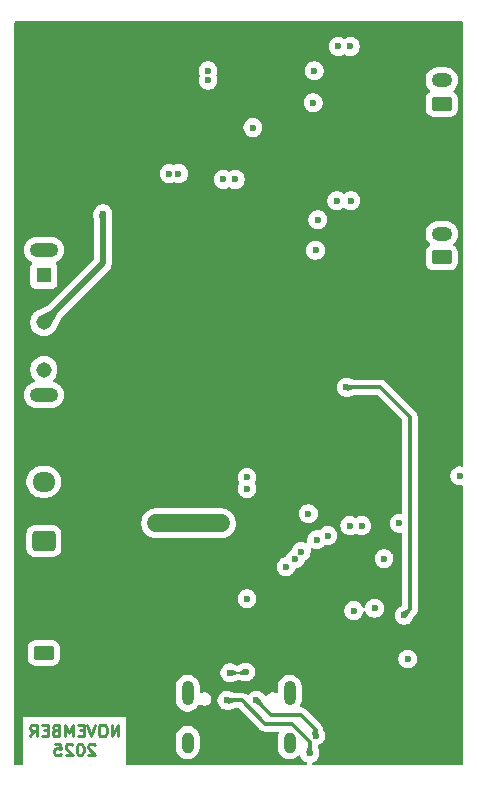
<source format=gbr>
%TF.GenerationSoftware,KiCad,Pcbnew,9.0.3*%
%TF.CreationDate,2025-11-17T09:12:33+01:00*%
%TF.ProjectId,PCB_BLE_Speaker,5043425f-424c-4455-9f53-7065616b6572,R.Casas*%
%TF.SameCoordinates,Original*%
%TF.FileFunction,Copper,L4,Bot*%
%TF.FilePolarity,Positive*%
%FSLAX46Y46*%
G04 Gerber Fmt 4.6, Leading zero omitted, Abs format (unit mm)*
G04 Created by KiCad (PCBNEW 9.0.3) date 2025-11-17 09:12:33*
%MOMM*%
%LPD*%
G01*
G04 APERTURE LIST*
G04 Aperture macros list*
%AMRoundRect*
0 Rectangle with rounded corners*
0 $1 Rounding radius*
0 $2 $3 $4 $5 $6 $7 $8 $9 X,Y pos of 4 corners*
0 Add a 4 corners polygon primitive as box body*
4,1,4,$2,$3,$4,$5,$6,$7,$8,$9,$2,$3,0*
0 Add four circle primitives for the rounded corners*
1,1,$1+$1,$2,$3*
1,1,$1+$1,$4,$5*
1,1,$1+$1,$6,$7*
1,1,$1+$1,$8,$9*
0 Add four rect primitives between the rounded corners*
20,1,$1+$1,$2,$3,$4,$5,0*
20,1,$1+$1,$4,$5,$6,$7,0*
20,1,$1+$1,$6,$7,$8,$9,0*
20,1,$1+$1,$8,$9,$2,$3,0*%
G04 Aperture macros list end*
%ADD10C,0.250000*%
%TA.AperFunction,NonConductor*%
%ADD11C,0.250000*%
%TD*%
%TA.AperFunction,ComponentPad*%
%ADD12RoundRect,0.250000X0.625000X-0.350000X0.625000X0.350000X-0.625000X0.350000X-0.625000X-0.350000X0*%
%TD*%
%TA.AperFunction,ComponentPad*%
%ADD13O,1.750000X1.200000*%
%TD*%
%TA.AperFunction,ComponentPad*%
%ADD14R,1.308000X1.308000*%
%TD*%
%TA.AperFunction,ComponentPad*%
%ADD15C,1.308000*%
%TD*%
%TA.AperFunction,ComponentPad*%
%ADD16O,2.416000X1.208000*%
%TD*%
%TA.AperFunction,HeatsinkPad*%
%ADD17O,1.000000X2.100000*%
%TD*%
%TA.AperFunction,HeatsinkPad*%
%ADD18O,1.000000X1.800000*%
%TD*%
%TA.AperFunction,ComponentPad*%
%ADD19RoundRect,0.250000X0.725000X-0.600000X0.725000X0.600000X-0.725000X0.600000X-0.725000X-0.600000X0*%
%TD*%
%TA.AperFunction,ComponentPad*%
%ADD20O,1.950000X1.700000*%
%TD*%
%TA.AperFunction,ComponentPad*%
%ADD21RoundRect,0.250000X-0.625000X0.350000X-0.625000X-0.350000X0.625000X-0.350000X0.625000X0.350000X0*%
%TD*%
%TA.AperFunction,ViaPad*%
%ADD22C,0.600000*%
%TD*%
%TA.AperFunction,ViaPad*%
%ADD23C,1.200000*%
%TD*%
%TA.AperFunction,ViaPad*%
%ADD24C,2.500000*%
%TD*%
%TA.AperFunction,Conductor*%
%ADD25C,0.300000*%
%TD*%
%TA.AperFunction,Conductor*%
%ADD26C,1.500000*%
%TD*%
%TA.AperFunction,Conductor*%
%ADD27C,0.130000*%
%TD*%
%TA.AperFunction,Conductor*%
%ADD28C,0.500000*%
%TD*%
G04 APERTURE END LIST*
D10*
D11*
X94814285Y-97074675D02*
X94814285Y-96074675D01*
X94814285Y-96074675D02*
X94242857Y-97074675D01*
X94242857Y-97074675D02*
X94242857Y-96074675D01*
X93576190Y-96074675D02*
X93385714Y-96074675D01*
X93385714Y-96074675D02*
X93290476Y-96122294D01*
X93290476Y-96122294D02*
X93195238Y-96217532D01*
X93195238Y-96217532D02*
X93147619Y-96408008D01*
X93147619Y-96408008D02*
X93147619Y-96741341D01*
X93147619Y-96741341D02*
X93195238Y-96931817D01*
X93195238Y-96931817D02*
X93290476Y-97027056D01*
X93290476Y-97027056D02*
X93385714Y-97074675D01*
X93385714Y-97074675D02*
X93576190Y-97074675D01*
X93576190Y-97074675D02*
X93671428Y-97027056D01*
X93671428Y-97027056D02*
X93766666Y-96931817D01*
X93766666Y-96931817D02*
X93814285Y-96741341D01*
X93814285Y-96741341D02*
X93814285Y-96408008D01*
X93814285Y-96408008D02*
X93766666Y-96217532D01*
X93766666Y-96217532D02*
X93671428Y-96122294D01*
X93671428Y-96122294D02*
X93576190Y-96074675D01*
X92861904Y-96074675D02*
X92528571Y-97074675D01*
X92528571Y-97074675D02*
X92195238Y-96074675D01*
X91861904Y-96550865D02*
X91528571Y-96550865D01*
X91385714Y-97074675D02*
X91861904Y-97074675D01*
X91861904Y-97074675D02*
X91861904Y-96074675D01*
X91861904Y-96074675D02*
X91385714Y-96074675D01*
X90957142Y-97074675D02*
X90957142Y-96074675D01*
X90957142Y-96074675D02*
X90623809Y-96788960D01*
X90623809Y-96788960D02*
X90290476Y-96074675D01*
X90290476Y-96074675D02*
X90290476Y-97074675D01*
X89480952Y-96550865D02*
X89338095Y-96598484D01*
X89338095Y-96598484D02*
X89290476Y-96646103D01*
X89290476Y-96646103D02*
X89242857Y-96741341D01*
X89242857Y-96741341D02*
X89242857Y-96884198D01*
X89242857Y-96884198D02*
X89290476Y-96979436D01*
X89290476Y-96979436D02*
X89338095Y-97027056D01*
X89338095Y-97027056D02*
X89433333Y-97074675D01*
X89433333Y-97074675D02*
X89814285Y-97074675D01*
X89814285Y-97074675D02*
X89814285Y-96074675D01*
X89814285Y-96074675D02*
X89480952Y-96074675D01*
X89480952Y-96074675D02*
X89385714Y-96122294D01*
X89385714Y-96122294D02*
X89338095Y-96169913D01*
X89338095Y-96169913D02*
X89290476Y-96265151D01*
X89290476Y-96265151D02*
X89290476Y-96360389D01*
X89290476Y-96360389D02*
X89338095Y-96455627D01*
X89338095Y-96455627D02*
X89385714Y-96503246D01*
X89385714Y-96503246D02*
X89480952Y-96550865D01*
X89480952Y-96550865D02*
X89814285Y-96550865D01*
X88814285Y-96550865D02*
X88480952Y-96550865D01*
X88338095Y-97074675D02*
X88814285Y-97074675D01*
X88814285Y-97074675D02*
X88814285Y-96074675D01*
X88814285Y-96074675D02*
X88338095Y-96074675D01*
X87338095Y-97074675D02*
X87671428Y-96598484D01*
X87909523Y-97074675D02*
X87909523Y-96074675D01*
X87909523Y-96074675D02*
X87528571Y-96074675D01*
X87528571Y-96074675D02*
X87433333Y-96122294D01*
X87433333Y-96122294D02*
X87385714Y-96169913D01*
X87385714Y-96169913D02*
X87338095Y-96265151D01*
X87338095Y-96265151D02*
X87338095Y-96408008D01*
X87338095Y-96408008D02*
X87385714Y-96503246D01*
X87385714Y-96503246D02*
X87433333Y-96550865D01*
X87433333Y-96550865D02*
X87528571Y-96598484D01*
X87528571Y-96598484D02*
X87909523Y-96598484D01*
X92814285Y-97779857D02*
X92766666Y-97732238D01*
X92766666Y-97732238D02*
X92671428Y-97684619D01*
X92671428Y-97684619D02*
X92433333Y-97684619D01*
X92433333Y-97684619D02*
X92338095Y-97732238D01*
X92338095Y-97732238D02*
X92290476Y-97779857D01*
X92290476Y-97779857D02*
X92242857Y-97875095D01*
X92242857Y-97875095D02*
X92242857Y-97970333D01*
X92242857Y-97970333D02*
X92290476Y-98113190D01*
X92290476Y-98113190D02*
X92861904Y-98684619D01*
X92861904Y-98684619D02*
X92242857Y-98684619D01*
X91623809Y-97684619D02*
X91528571Y-97684619D01*
X91528571Y-97684619D02*
X91433333Y-97732238D01*
X91433333Y-97732238D02*
X91385714Y-97779857D01*
X91385714Y-97779857D02*
X91338095Y-97875095D01*
X91338095Y-97875095D02*
X91290476Y-98065571D01*
X91290476Y-98065571D02*
X91290476Y-98303666D01*
X91290476Y-98303666D02*
X91338095Y-98494142D01*
X91338095Y-98494142D02*
X91385714Y-98589380D01*
X91385714Y-98589380D02*
X91433333Y-98637000D01*
X91433333Y-98637000D02*
X91528571Y-98684619D01*
X91528571Y-98684619D02*
X91623809Y-98684619D01*
X91623809Y-98684619D02*
X91719047Y-98637000D01*
X91719047Y-98637000D02*
X91766666Y-98589380D01*
X91766666Y-98589380D02*
X91814285Y-98494142D01*
X91814285Y-98494142D02*
X91861904Y-98303666D01*
X91861904Y-98303666D02*
X91861904Y-98065571D01*
X91861904Y-98065571D02*
X91814285Y-97875095D01*
X91814285Y-97875095D02*
X91766666Y-97779857D01*
X91766666Y-97779857D02*
X91719047Y-97732238D01*
X91719047Y-97732238D02*
X91623809Y-97684619D01*
X90909523Y-97779857D02*
X90861904Y-97732238D01*
X90861904Y-97732238D02*
X90766666Y-97684619D01*
X90766666Y-97684619D02*
X90528571Y-97684619D01*
X90528571Y-97684619D02*
X90433333Y-97732238D01*
X90433333Y-97732238D02*
X90385714Y-97779857D01*
X90385714Y-97779857D02*
X90338095Y-97875095D01*
X90338095Y-97875095D02*
X90338095Y-97970333D01*
X90338095Y-97970333D02*
X90385714Y-98113190D01*
X90385714Y-98113190D02*
X90957142Y-98684619D01*
X90957142Y-98684619D02*
X90338095Y-98684619D01*
X89433333Y-97684619D02*
X89909523Y-97684619D01*
X89909523Y-97684619D02*
X89957142Y-98160809D01*
X89957142Y-98160809D02*
X89909523Y-98113190D01*
X89909523Y-98113190D02*
X89814285Y-98065571D01*
X89814285Y-98065571D02*
X89576190Y-98065571D01*
X89576190Y-98065571D02*
X89480952Y-98113190D01*
X89480952Y-98113190D02*
X89433333Y-98160809D01*
X89433333Y-98160809D02*
X89385714Y-98256047D01*
X89385714Y-98256047D02*
X89385714Y-98494142D01*
X89385714Y-98494142D02*
X89433333Y-98589380D01*
X89433333Y-98589380D02*
X89480952Y-98637000D01*
X89480952Y-98637000D02*
X89576190Y-98684619D01*
X89576190Y-98684619D02*
X89814285Y-98684619D01*
X89814285Y-98684619D02*
X89909523Y-98637000D01*
X89909523Y-98637000D02*
X89957142Y-98589380D01*
D12*
%TO.P,J102,1,Pin_1*%
%TO.N,/Speaker_Driver/OUTP_2*%
X122190000Y-43520000D03*
D13*
%TO.P,J102,2,Pin_2*%
%TO.N,/Speaker_Driver/OUTN_2*%
X122190000Y-41520000D03*
%TD*%
D14*
%TO.P,S501,1*%
%TO.N,Net-(U503-VI)*%
X88500000Y-58020000D03*
D15*
%TO.P,S501,2*%
%TO.N,/Battery_Charger/P_VBUS*%
X88500000Y-62020000D03*
%TO.P,S501,3*%
%TO.N,unconnected-(S501-Pad3)*%
X88500000Y-66020000D03*
D16*
%TO.P,S501,SH1*%
%TO.N,N/C*%
X88500000Y-55870000D03*
%TO.P,S501,SH2*%
X88500000Y-68170000D03*
%TD*%
D17*
%TO.P,J201,S1,SHIELD*%
%TO.N,Net-(J201-SHIELD)*%
X100680000Y-93415000D03*
D18*
X100680000Y-97595000D03*
D17*
X109320000Y-93415000D03*
D18*
X109320000Y-97595000D03*
%TD*%
D19*
%TO.P,J103,1,Pin_1*%
%TO.N,VBAT*%
X88500000Y-80520000D03*
D20*
%TO.P,J103,2,Pin_2*%
%TO.N,GNDREF*%
X88500000Y-78020000D03*
%TO.P,J103,3,Pin_3*%
%TO.N,VBAT*%
X88500000Y-75520000D03*
%TD*%
D12*
%TO.P,J101,1,Pin_1*%
%TO.N,/Speaker_Driver/OUTP_1*%
X122190000Y-56520000D03*
D13*
%TO.P,J101,2,Pin_2*%
%TO.N,/Speaker_Driver/OUTN_1*%
X122190000Y-54520000D03*
%TD*%
D21*
%TO.P,J104,1,Pin_1*%
%TO.N,VBAT*%
X88500000Y-90020000D03*
D13*
%TO.P,J104,2,Pin_2*%
%TO.N,GNDREF*%
X88500000Y-92020000D03*
%TD*%
D22*
%TO.N,GNDREF*%
X120000000Y-42270000D03*
X101150000Y-67620000D03*
X118500000Y-55270000D03*
X96000000Y-54520000D03*
X101000000Y-44520000D03*
X114500000Y-95770000D03*
X90000000Y-47520000D03*
X116500000Y-44020000D03*
X111500000Y-60520000D03*
X108900000Y-69920000D03*
X92500000Y-64020000D03*
X97250000Y-90520000D03*
X107000000Y-80770000D03*
X101000000Y-60520000D03*
X111300000Y-52020000D03*
X123500000Y-39770000D03*
X116200000Y-59020000D03*
X93500000Y-44520000D03*
X105000000Y-57020000D03*
X115700000Y-50020000D03*
X101500000Y-38020000D03*
X101000000Y-54270000D03*
X108900000Y-67120000D03*
X120000000Y-55270000D03*
X121800000Y-78020000D03*
X115500000Y-63020000D03*
X105500000Y-60770000D03*
X109000000Y-72020000D03*
X93500000Y-51020000D03*
X116250000Y-56770000D03*
X118500000Y-42270000D03*
X104000000Y-73770000D03*
X116500000Y-39520000D03*
X109500000Y-45770000D03*
X104750000Y-51520000D03*
X108300000Y-91820000D03*
D23*
X114190000Y-54520000D03*
D22*
X121700000Y-85520000D03*
X87006360Y-60016505D03*
X116200000Y-46020000D03*
X86500000Y-52020000D03*
X95087500Y-69320000D03*
X123400000Y-82920000D03*
X86750000Y-71020000D03*
X123000000Y-98520000D03*
X123000000Y-37520000D03*
X93250000Y-82270000D03*
X101750000Y-91520000D03*
X106250000Y-86770000D03*
X109200000Y-88320000D03*
X120000000Y-48770000D03*
X107000000Y-47770000D03*
X123500000Y-52770000D03*
X106300000Y-63020000D03*
X110900000Y-76120000D03*
X103750000Y-82770000D03*
X122500000Y-87520000D03*
X114200000Y-88420000D03*
X108900000Y-65220000D03*
X116500000Y-52520000D03*
X111400000Y-39520000D03*
X96000000Y-60020000D03*
D24*
X114000000Y-83020000D03*
D22*
X110500000Y-49020000D03*
D23*
X114190000Y-41710000D03*
D22*
X123000000Y-70020000D03*
X118800000Y-88120000D03*
X93500000Y-38020000D03*
X114400000Y-74820000D03*
X99000000Y-86770000D03*
X123500000Y-45270000D03*
X95500000Y-94520000D03*
X91500000Y-56520000D03*
X115600000Y-37020000D03*
X106750000Y-91520000D03*
X101000000Y-91520000D03*
X93000000Y-76770000D03*
X112900000Y-86720000D03*
D24*
X97500000Y-41520000D03*
D22*
X123500000Y-58270000D03*
%TO.N,/MCU/VDD_3V3*%
X119000000Y-86820000D03*
X114100000Y-67520000D03*
%TO.N,VBAT*%
X103500000Y-79020000D03*
X98000000Y-79020000D03*
%TO.N,/Simple_USB/CC1*%
X104000000Y-94020000D03*
X111000000Y-98520000D03*
%TO.N,/Simple_USB/D-*%
X105600000Y-91620000D03*
X104250930Y-91691921D03*
%TO.N,/Simple_USB/CC2*%
X106500000Y-94020000D03*
X111500000Y-97020000D03*
%TO.N,/MCU/~{SD_MODE}_1*%
X111500000Y-55920000D03*
X104700000Y-49920000D03*
%TO.N,/MCU/~{SD_MODE}_2*%
X111300000Y-43420000D03*
X103701000Y-49920000D03*
%TO.N,ESP32_TX*%
X102400000Y-40720000D03*
X110299293Y-81420707D03*
%TO.N,ESP32_RX*%
X109798101Y-82044254D03*
X102400000Y-41520000D03*
%TO.N,/MCU/SUSPEND*%
X99100000Y-49420000D03*
X105700000Y-76120000D03*
%TO.N,/MCU/~{SUSPEND}*%
X105700000Y-75120000D03*
X99900000Y-49420000D03*
%TO.N,/MCU/VIO*%
X117300000Y-82020000D03*
X123700000Y-75020000D03*
X114745000Y-86420000D03*
%TO.N,/Battery_Charger/P_VBUS*%
X93500000Y-52820000D03*
X119300000Y-90520000D03*
X105700000Y-85420000D03*
%TO.N,/MCU/LRCLK*%
X114441000Y-38661000D03*
X114500000Y-51720000D03*
%TO.N,/MCU/BCLK*%
X113440000Y-38660000D03*
X113300000Y-51720000D03*
%TO.N,/MCU/DIN*%
X111700000Y-53320000D03*
X111400000Y-40720000D03*
X106200000Y-45520000D03*
%TO.N,Net-(U502-~{RTS})*%
X111600293Y-80420000D03*
X114400000Y-79220000D03*
%TO.N,Net-(U502-~{CTS})*%
X112536120Y-80071000D03*
X115400000Y-79220000D03*
%TO.N,Net-(U502-~{DSR})*%
X109000000Y-82720000D03*
X110900000Y-78220000D03*
%TO.N,/MCU/VDD_CP*%
X116500000Y-86220000D03*
X118600000Y-79020000D03*
%TD*%
D25*
%TO.N,/MCU/VDD_3V3*%
X119500000Y-86320000D02*
X119500000Y-70020000D01*
X119000000Y-86820000D02*
X119500000Y-86320000D01*
X119500000Y-70020000D02*
X117000000Y-67520000D01*
X117000000Y-67520000D02*
X114100000Y-67520000D01*
D26*
%TO.N,VBAT*%
X103500000Y-79020000D02*
X98000000Y-79020000D01*
D25*
%TO.N,/Simple_USB/CC1*%
X105250000Y-94020000D02*
X107250000Y-96020000D01*
X111000000Y-97520000D02*
X111000000Y-98520000D01*
X109500000Y-96020000D02*
X111000000Y-97520000D01*
X107250000Y-96020000D02*
X109500000Y-96020000D01*
X104000000Y-94020000D02*
X105250000Y-94020000D01*
D27*
%TO.N,/Simple_USB/D-*%
X104250930Y-91691921D02*
X105528079Y-91691921D01*
X105528079Y-91691921D02*
X105600000Y-91620000D01*
D25*
%TO.N,/Simple_USB/CC2*%
X110250000Y-95270000D02*
X111500000Y-96520000D01*
X111500000Y-96520000D02*
X111500000Y-97020000D01*
X107750000Y-95270000D02*
X110250000Y-95270000D01*
X106500000Y-94020000D02*
X107750000Y-95270000D01*
D28*
%TO.N,/Battery_Charger/P_VBUS*%
X93500000Y-57020000D02*
X93500000Y-52820000D01*
X88500000Y-62020000D02*
X93500000Y-57020000D01*
%TD*%
%TA.AperFunction,Conductor*%
%TO.N,GNDREF*%
G36*
X123942539Y-36540185D02*
G01*
X123988294Y-36592989D01*
X123999500Y-36644500D01*
X123999500Y-74112297D01*
X123979815Y-74179336D01*
X123927011Y-74225091D01*
X123857853Y-74235035D01*
X123851309Y-74233914D01*
X123778845Y-74219500D01*
X123778842Y-74219500D01*
X123621158Y-74219500D01*
X123621155Y-74219500D01*
X123466510Y-74250261D01*
X123466498Y-74250264D01*
X123320827Y-74310602D01*
X123320814Y-74310609D01*
X123189711Y-74398210D01*
X123189707Y-74398213D01*
X123078213Y-74509707D01*
X123078210Y-74509711D01*
X122990609Y-74640814D01*
X122990602Y-74640827D01*
X122930264Y-74786498D01*
X122930261Y-74786510D01*
X122899500Y-74941153D01*
X122899500Y-75098846D01*
X122930261Y-75253489D01*
X122930264Y-75253501D01*
X122990602Y-75399172D01*
X122990609Y-75399185D01*
X123078210Y-75530288D01*
X123078213Y-75530292D01*
X123189707Y-75641786D01*
X123189711Y-75641789D01*
X123320814Y-75729390D01*
X123320827Y-75729397D01*
X123466498Y-75789735D01*
X123466503Y-75789737D01*
X123621153Y-75820499D01*
X123621156Y-75820500D01*
X123621158Y-75820500D01*
X123778843Y-75820500D01*
X123794564Y-75817372D01*
X123851309Y-75806085D01*
X123920899Y-75812312D01*
X123976077Y-75855174D01*
X123999322Y-75921063D01*
X123999500Y-75927702D01*
X123999500Y-99395500D01*
X123979815Y-99462539D01*
X123927011Y-99508294D01*
X123875500Y-99519500D01*
X111302190Y-99519500D01*
X111235151Y-99499815D01*
X111189396Y-99447011D01*
X111179452Y-99377853D01*
X111208477Y-99314297D01*
X111254738Y-99280939D01*
X111379172Y-99229397D01*
X111379172Y-99229396D01*
X111379179Y-99229394D01*
X111510289Y-99141789D01*
X111621789Y-99030289D01*
X111709394Y-98899179D01*
X111769737Y-98753497D01*
X111800500Y-98598842D01*
X111800500Y-98441158D01*
X111784833Y-98362398D01*
X111783346Y-98353079D01*
X111779111Y-98318013D01*
X111674877Y-97930873D01*
X111676455Y-97861023D01*
X111715548Y-97803114D01*
X111747152Y-97784080D01*
X111879179Y-97729394D01*
X112010289Y-97641789D01*
X112121789Y-97530289D01*
X112209394Y-97399179D01*
X112269737Y-97253497D01*
X112300500Y-97098842D01*
X112300500Y-96941158D01*
X112300500Y-96941155D01*
X112300499Y-96941153D01*
X112269738Y-96786510D01*
X112269737Y-96786503D01*
X112209394Y-96640821D01*
X112209388Y-96640812D01*
X112208478Y-96639108D01*
X112203305Y-96628181D01*
X112159971Y-96523763D01*
X112150500Y-96476233D01*
X112150500Y-96455928D01*
X112125502Y-96330261D01*
X112125501Y-96330260D01*
X112125501Y-96330256D01*
X112076465Y-96211873D01*
X112048282Y-96169694D01*
X112005277Y-96105331D01*
X112005275Y-96105329D01*
X112005273Y-96105326D01*
X110664673Y-94764726D01*
X110630869Y-94742139D01*
X110558127Y-94693535D01*
X110550039Y-94690185D01*
X110439744Y-94644499D01*
X110439741Y-94644498D01*
X110426952Y-94641954D01*
X110426916Y-94641947D01*
X110426120Y-94641789D01*
X110314069Y-94619500D01*
X110305611Y-94619500D01*
X110294425Y-94617430D01*
X110272992Y-94606581D01*
X110249950Y-94599815D01*
X110242389Y-94591090D01*
X110232087Y-94585875D01*
X110219921Y-94565160D01*
X110204195Y-94547011D01*
X110202552Y-94535584D01*
X110196704Y-94525627D01*
X110197669Y-94501624D01*
X110194251Y-94477853D01*
X110199236Y-94462646D01*
X110199511Y-94455813D01*
X110203203Y-94450545D01*
X110205067Y-94444860D01*
X110204301Y-94444543D01*
X110277275Y-94268365D01*
X110282051Y-94256835D01*
X110305861Y-94137135D01*
X110320500Y-94063543D01*
X110320500Y-92766456D01*
X110282052Y-92573170D01*
X110282051Y-92573169D01*
X110282051Y-92573165D01*
X110218816Y-92420500D01*
X110206635Y-92391092D01*
X110206628Y-92391079D01*
X110097139Y-92227218D01*
X110097136Y-92227214D01*
X109957785Y-92087863D01*
X109957781Y-92087860D01*
X109793920Y-91978371D01*
X109793907Y-91978364D01*
X109611839Y-91902950D01*
X109611829Y-91902947D01*
X109418543Y-91864500D01*
X109418541Y-91864500D01*
X109221459Y-91864500D01*
X109221457Y-91864500D01*
X109028170Y-91902947D01*
X109028160Y-91902950D01*
X108846092Y-91978364D01*
X108846079Y-91978371D01*
X108682218Y-92087860D01*
X108682214Y-92087863D01*
X108542863Y-92227214D01*
X108542860Y-92227218D01*
X108433371Y-92391079D01*
X108433364Y-92391092D01*
X108357950Y-92573160D01*
X108357947Y-92573170D01*
X108319500Y-92766456D01*
X108319500Y-93283666D01*
X108299815Y-93350705D01*
X108247011Y-93396460D01*
X108177853Y-93406404D01*
X108133501Y-93391054D01*
X108112137Y-93378719D01*
X108007584Y-93350705D01*
X107965766Y-93339500D01*
X107814234Y-93339500D01*
X107667863Y-93378719D01*
X107536635Y-93454485D01*
X107536632Y-93454487D01*
X107429487Y-93561632D01*
X107429485Y-93561635D01*
X107404424Y-93605042D01*
X107379070Y-93629215D01*
X107353900Y-93653235D01*
X107353873Y-93653240D01*
X107353856Y-93653257D01*
X107320731Y-93659640D01*
X107285298Y-93666484D01*
X107285273Y-93666474D01*
X107285249Y-93666479D01*
X107252167Y-93653235D01*
X107220423Y-93640541D01*
X107220403Y-93640518D01*
X107220384Y-93640511D01*
X107196057Y-93615007D01*
X107193167Y-93610952D01*
X107185164Y-93597567D01*
X107184773Y-93596937D01*
X107144233Y-93540644D01*
X107140933Y-93537659D01*
X107134485Y-93528612D01*
X107134273Y-93528000D01*
X107132365Y-93525539D01*
X107125138Y-93514723D01*
X107121788Y-93509709D01*
X107010292Y-93398213D01*
X107010288Y-93398210D01*
X106879185Y-93310609D01*
X106879172Y-93310602D01*
X106733501Y-93250264D01*
X106733489Y-93250261D01*
X106578845Y-93219500D01*
X106578842Y-93219500D01*
X106421158Y-93219500D01*
X106421155Y-93219500D01*
X106266510Y-93250261D01*
X106266498Y-93250264D01*
X106120827Y-93310602D01*
X106120814Y-93310609D01*
X105989711Y-93398210D01*
X105989707Y-93398213D01*
X105878213Y-93509707D01*
X105878208Y-93509713D01*
X105874609Y-93515100D01*
X105820994Y-93559902D01*
X105751669Y-93568605D01*
X105688643Y-93538447D01*
X105683828Y-93533882D01*
X105664673Y-93514726D01*
X105664669Y-93514723D01*
X105558127Y-93443535D01*
X105471191Y-93407525D01*
X105439744Y-93394499D01*
X105439738Y-93394497D01*
X105314071Y-93369500D01*
X105314069Y-93369500D01*
X104696068Y-93369500D01*
X104663830Y-93365236D01*
X104460912Y-93310602D01*
X104201986Y-93240888D01*
X104192127Y-93238401D01*
X104186428Y-93236963D01*
X104185697Y-93236791D01*
X104153250Y-93231493D01*
X104116495Y-93225492D01*
X104114745Y-93225395D01*
X104097476Y-93223206D01*
X104078842Y-93219500D01*
X103921158Y-93219500D01*
X103921155Y-93219500D01*
X103766510Y-93250261D01*
X103766498Y-93250264D01*
X103620827Y-93310602D01*
X103620814Y-93310609D01*
X103489711Y-93398210D01*
X103489707Y-93398213D01*
X103378213Y-93509707D01*
X103378210Y-93509711D01*
X103290609Y-93640814D01*
X103290602Y-93640827D01*
X103230264Y-93786498D01*
X103230261Y-93786510D01*
X103199500Y-93941153D01*
X103199500Y-94098846D01*
X103230261Y-94253489D01*
X103230264Y-94253501D01*
X103290602Y-94399172D01*
X103290609Y-94399185D01*
X103378210Y-94530288D01*
X103378213Y-94530292D01*
X103489707Y-94641786D01*
X103489711Y-94641789D01*
X103620814Y-94729390D01*
X103620827Y-94729397D01*
X103766498Y-94789735D01*
X103766503Y-94789737D01*
X103921153Y-94820499D01*
X103921156Y-94820500D01*
X103921158Y-94820500D01*
X104078843Y-94820500D01*
X104099023Y-94816485D01*
X104157610Y-94804831D01*
X104166914Y-94803347D01*
X104201985Y-94799111D01*
X104663827Y-94674764D01*
X104696065Y-94670500D01*
X104929192Y-94670500D01*
X104996231Y-94690185D01*
X105016873Y-94706819D01*
X106744724Y-96434669D01*
X106810999Y-96500944D01*
X106835332Y-96525277D01*
X106941866Y-96596461D01*
X106941872Y-96596464D01*
X106941873Y-96596465D01*
X107060256Y-96645501D01*
X107060260Y-96645501D01*
X107060261Y-96645502D01*
X107185928Y-96670500D01*
X107185931Y-96670500D01*
X108268743Y-96670500D01*
X108335782Y-96690185D01*
X108381537Y-96742989D01*
X108391481Y-96812147D01*
X108383304Y-96841953D01*
X108357949Y-96903164D01*
X108357947Y-96903170D01*
X108319500Y-97096456D01*
X108319500Y-97096459D01*
X108319500Y-98093541D01*
X108319500Y-98093543D01*
X108319499Y-98093543D01*
X108357947Y-98286829D01*
X108357950Y-98286839D01*
X108433364Y-98468907D01*
X108433371Y-98468920D01*
X108542860Y-98632781D01*
X108542863Y-98632785D01*
X108682214Y-98772136D01*
X108682218Y-98772139D01*
X108846079Y-98881628D01*
X108846092Y-98881635D01*
X109028160Y-98957049D01*
X109028165Y-98957051D01*
X109028169Y-98957051D01*
X109028170Y-98957052D01*
X109221456Y-98995500D01*
X109221459Y-98995500D01*
X109418543Y-98995500D01*
X109548582Y-98969632D01*
X109611835Y-98957051D01*
X109793914Y-98881632D01*
X109957782Y-98772139D01*
X110024897Y-98705023D01*
X110086218Y-98671540D01*
X110155910Y-98676524D01*
X110211844Y-98718395D01*
X110226967Y-98748269D01*
X110227932Y-98747870D01*
X110290602Y-98899172D01*
X110290609Y-98899185D01*
X110378210Y-99030288D01*
X110378213Y-99030292D01*
X110489707Y-99141786D01*
X110489711Y-99141789D01*
X110620814Y-99229390D01*
X110620827Y-99229397D01*
X110745262Y-99280939D01*
X110799666Y-99324779D01*
X110821731Y-99391074D01*
X110804452Y-99458773D01*
X110753315Y-99506384D01*
X110697810Y-99519500D01*
X95543299Y-99519500D01*
X95476260Y-99499815D01*
X95430505Y-99447011D01*
X95420561Y-99377853D01*
X95446883Y-99320215D01*
X95446883Y-98093543D01*
X99679499Y-98093543D01*
X99717947Y-98286829D01*
X99717950Y-98286839D01*
X99793364Y-98468907D01*
X99793371Y-98468920D01*
X99902860Y-98632781D01*
X99902863Y-98632785D01*
X100042214Y-98772136D01*
X100042218Y-98772139D01*
X100206079Y-98881628D01*
X100206092Y-98881635D01*
X100388160Y-98957049D01*
X100388165Y-98957051D01*
X100388169Y-98957051D01*
X100388170Y-98957052D01*
X100581456Y-98995500D01*
X100581459Y-98995500D01*
X100778543Y-98995500D01*
X100908582Y-98969632D01*
X100971835Y-98957051D01*
X101153914Y-98881632D01*
X101317782Y-98772139D01*
X101457139Y-98632782D01*
X101566632Y-98468914D01*
X101642051Y-98286835D01*
X101680500Y-98093541D01*
X101680500Y-97096459D01*
X101680500Y-97096456D01*
X101642052Y-96903170D01*
X101642051Y-96903169D01*
X101642051Y-96903165D01*
X101642049Y-96903160D01*
X101566635Y-96721092D01*
X101566628Y-96721079D01*
X101457139Y-96557218D01*
X101457136Y-96557214D01*
X101317785Y-96417863D01*
X101317781Y-96417860D01*
X101153920Y-96308371D01*
X101153907Y-96308364D01*
X100971839Y-96232950D01*
X100971829Y-96232947D01*
X100778543Y-96194500D01*
X100778541Y-96194500D01*
X100581459Y-96194500D01*
X100581457Y-96194500D01*
X100388170Y-96232947D01*
X100388160Y-96232950D01*
X100206092Y-96308364D01*
X100206079Y-96308371D01*
X100042218Y-96417860D01*
X100042214Y-96417863D01*
X99902863Y-96557214D01*
X99902860Y-96557218D01*
X99793371Y-96721079D01*
X99793364Y-96721092D01*
X99717950Y-96903160D01*
X99717947Y-96903170D01*
X99679500Y-97096456D01*
X99679500Y-97096459D01*
X99679500Y-98093541D01*
X99679500Y-98093543D01*
X99679499Y-98093543D01*
X95446883Y-98093543D01*
X95446883Y-95442077D01*
X86705252Y-95442077D01*
X86705252Y-99323815D01*
X86730002Y-99369142D01*
X86725018Y-99438834D01*
X86683146Y-99494767D01*
X86617682Y-99519184D01*
X86608836Y-99519500D01*
X86124500Y-99519500D01*
X86057461Y-99499815D01*
X86011706Y-99447011D01*
X86000500Y-99395500D01*
X86000500Y-94063543D01*
X99679499Y-94063543D01*
X99717947Y-94256829D01*
X99717950Y-94256839D01*
X99793364Y-94438907D01*
X99793371Y-94438920D01*
X99902860Y-94602781D01*
X99902863Y-94602785D01*
X100042214Y-94742136D01*
X100042218Y-94742139D01*
X100206079Y-94851628D01*
X100206092Y-94851635D01*
X100388160Y-94927049D01*
X100388165Y-94927051D01*
X100388169Y-94927051D01*
X100388170Y-94927052D01*
X100581456Y-94965500D01*
X100581459Y-94965500D01*
X100778543Y-94965500D01*
X100908582Y-94939632D01*
X100971835Y-94927051D01*
X101153914Y-94851632D01*
X101317782Y-94742139D01*
X101457139Y-94602782D01*
X101566632Y-94438914D01*
X101570540Y-94429478D01*
X101614376Y-94375074D01*
X101680669Y-94353004D01*
X101748369Y-94370279D01*
X101753028Y-94373432D01*
X101756633Y-94375513D01*
X101756635Y-94375515D01*
X101850105Y-94429480D01*
X101876743Y-94444860D01*
X101887865Y-94451281D01*
X102034234Y-94490500D01*
X102034236Y-94490500D01*
X102185764Y-94490500D01*
X102185766Y-94490500D01*
X102332135Y-94451281D01*
X102463365Y-94375515D01*
X102570515Y-94268365D01*
X102646281Y-94137135D01*
X102685500Y-93990766D01*
X102685500Y-93839234D01*
X102646281Y-93692865D01*
X102570515Y-93561635D01*
X102463365Y-93454485D01*
X102380087Y-93406404D01*
X102332136Y-93378719D01*
X102227584Y-93350705D01*
X102185766Y-93339500D01*
X102034234Y-93339500D01*
X101887862Y-93378719D01*
X101866499Y-93391054D01*
X101798598Y-93407525D01*
X101732572Y-93384673D01*
X101689382Y-93329751D01*
X101680500Y-93283666D01*
X101680500Y-92766456D01*
X101642052Y-92573170D01*
X101642051Y-92573169D01*
X101642051Y-92573165D01*
X101578816Y-92420500D01*
X101566635Y-92391092D01*
X101566628Y-92391079D01*
X101457139Y-92227218D01*
X101457136Y-92227214D01*
X101317785Y-92087863D01*
X101317781Y-92087860D01*
X101153920Y-91978371D01*
X101153907Y-91978364D01*
X100971839Y-91902950D01*
X100971829Y-91902947D01*
X100778543Y-91864500D01*
X100778541Y-91864500D01*
X100581459Y-91864500D01*
X100581457Y-91864500D01*
X100388170Y-91902947D01*
X100388160Y-91902950D01*
X100206092Y-91978364D01*
X100206079Y-91978371D01*
X100042218Y-92087860D01*
X100042214Y-92087863D01*
X99902863Y-92227214D01*
X99902860Y-92227218D01*
X99793371Y-92391079D01*
X99793364Y-92391092D01*
X99717950Y-92573160D01*
X99717947Y-92573170D01*
X99679500Y-92766456D01*
X99679500Y-92766459D01*
X99679500Y-94063541D01*
X99679500Y-94063543D01*
X99679499Y-94063543D01*
X86000500Y-94063543D01*
X86000500Y-91613074D01*
X103450430Y-91613074D01*
X103450430Y-91770767D01*
X103481191Y-91925410D01*
X103481194Y-91925422D01*
X103541532Y-92071093D01*
X103541539Y-92071106D01*
X103629140Y-92202209D01*
X103629143Y-92202213D01*
X103740637Y-92313707D01*
X103740641Y-92313710D01*
X103871744Y-92401311D01*
X103871757Y-92401318D01*
X104017428Y-92461656D01*
X104017433Y-92461658D01*
X104172083Y-92492420D01*
X104172086Y-92492421D01*
X104172088Y-92492421D01*
X104329774Y-92492421D01*
X104329775Y-92492420D01*
X104484427Y-92461658D01*
X104630109Y-92401315D01*
X104630114Y-92401311D01*
X104635484Y-92398441D01*
X104635715Y-92398873D01*
X104645122Y-92393740D01*
X104903513Y-92282277D01*
X104972865Y-92273799D01*
X104987901Y-92277259D01*
X105094235Y-92308811D01*
X105359119Y-92387410D01*
X105359121Y-92387411D01*
X105365353Y-92389260D01*
X105366503Y-92389737D01*
X105367883Y-92390011D01*
X105385416Y-92395214D01*
X105385433Y-92395219D01*
X105407070Y-92401120D01*
X105408078Y-92401371D01*
X105483826Y-92414236D01*
X105500293Y-92416349D01*
X105509502Y-92418181D01*
X105521156Y-92420500D01*
X105521158Y-92420500D01*
X105678844Y-92420500D01*
X105678845Y-92420499D01*
X105833497Y-92389737D01*
X105979179Y-92329394D01*
X106110289Y-92241789D01*
X106221789Y-92130289D01*
X106309394Y-91999179D01*
X106369737Y-91853497D01*
X106400500Y-91698842D01*
X106400500Y-91541158D01*
X106400500Y-91541155D01*
X106400499Y-91541153D01*
X106369738Y-91386510D01*
X106369737Y-91386503D01*
X106342398Y-91320500D01*
X106309397Y-91240827D01*
X106309390Y-91240814D01*
X106221789Y-91109711D01*
X106221786Y-91109707D01*
X106110292Y-90998213D01*
X106110288Y-90998210D01*
X105979185Y-90910609D01*
X105979172Y-90910602D01*
X105833501Y-90850264D01*
X105833489Y-90850261D01*
X105678845Y-90819500D01*
X105678842Y-90819500D01*
X105521158Y-90819500D01*
X105521155Y-90819500D01*
X105366510Y-90850261D01*
X105366498Y-90850264D01*
X105220825Y-90910604D01*
X105220818Y-90910607D01*
X105195884Y-90927268D01*
X105175641Y-90938223D01*
X105171523Y-90939979D01*
X105161334Y-90944325D01*
X104957629Y-91068069D01*
X104951692Y-91069650D01*
X104947136Y-91073770D01*
X104918326Y-91078536D01*
X104890113Y-91086050D01*
X104882722Y-91084426D01*
X104878203Y-91085174D01*
X104844136Y-91075948D01*
X104645118Y-90990097D01*
X104635707Y-90984984D01*
X104635485Y-90985401D01*
X104630112Y-90982529D01*
X104630109Y-90982527D01*
X104484427Y-90922184D01*
X104484419Y-90922182D01*
X104329775Y-90891421D01*
X104329772Y-90891421D01*
X104172088Y-90891421D01*
X104172085Y-90891421D01*
X104017440Y-90922182D01*
X104017428Y-90922185D01*
X103871757Y-90982523D01*
X103871744Y-90982530D01*
X103740641Y-91070131D01*
X103740637Y-91070134D01*
X103629143Y-91181628D01*
X103629140Y-91181632D01*
X103541539Y-91312735D01*
X103541532Y-91312748D01*
X103481194Y-91458419D01*
X103481191Y-91458431D01*
X103450430Y-91613074D01*
X86000500Y-91613074D01*
X86000500Y-89619983D01*
X87124500Y-89619983D01*
X87124500Y-90420001D01*
X87124501Y-90420019D01*
X87135000Y-90522796D01*
X87135001Y-90522799D01*
X87160201Y-90598846D01*
X87190186Y-90689334D01*
X87282288Y-90838656D01*
X87406344Y-90962712D01*
X87555666Y-91054814D01*
X87722203Y-91109999D01*
X87824991Y-91120500D01*
X89175008Y-91120499D01*
X89277797Y-91109999D01*
X89444334Y-91054814D01*
X89593656Y-90962712D01*
X89717712Y-90838656D01*
X89809814Y-90689334D01*
X89864999Y-90522797D01*
X89873340Y-90441153D01*
X118499500Y-90441153D01*
X118499500Y-90598846D01*
X118530261Y-90753489D01*
X118530264Y-90753501D01*
X118590602Y-90899172D01*
X118590609Y-90899185D01*
X118678210Y-91030288D01*
X118678213Y-91030292D01*
X118789707Y-91141786D01*
X118789711Y-91141789D01*
X118920814Y-91229390D01*
X118920827Y-91229397D01*
X119066498Y-91289735D01*
X119066503Y-91289737D01*
X119221153Y-91320499D01*
X119221156Y-91320500D01*
X119221158Y-91320500D01*
X119378844Y-91320500D01*
X119378845Y-91320499D01*
X119533497Y-91289737D01*
X119651592Y-91240821D01*
X119679172Y-91229397D01*
X119679172Y-91229396D01*
X119679179Y-91229394D01*
X119810289Y-91141789D01*
X119921789Y-91030289D01*
X120009394Y-90899179D01*
X120012608Y-90891421D01*
X120029655Y-90850264D01*
X120069737Y-90753497D01*
X120100500Y-90598842D01*
X120100500Y-90441158D01*
X120100500Y-90441155D01*
X120100499Y-90441153D01*
X120069737Y-90286503D01*
X120069735Y-90286498D01*
X120009397Y-90140827D01*
X120009390Y-90140814D01*
X119921789Y-90009711D01*
X119921786Y-90009707D01*
X119810292Y-89898213D01*
X119810288Y-89898210D01*
X119679185Y-89810609D01*
X119679172Y-89810602D01*
X119533501Y-89750264D01*
X119533489Y-89750261D01*
X119378845Y-89719500D01*
X119378842Y-89719500D01*
X119221158Y-89719500D01*
X119221155Y-89719500D01*
X119066510Y-89750261D01*
X119066498Y-89750264D01*
X118920827Y-89810602D01*
X118920814Y-89810609D01*
X118789711Y-89898210D01*
X118789707Y-89898213D01*
X118678213Y-90009707D01*
X118678210Y-90009711D01*
X118590609Y-90140814D01*
X118590602Y-90140827D01*
X118530264Y-90286498D01*
X118530261Y-90286510D01*
X118499500Y-90441153D01*
X89873340Y-90441153D01*
X89875500Y-90420009D01*
X89875499Y-89619992D01*
X89864999Y-89517203D01*
X89809814Y-89350666D01*
X89717712Y-89201344D01*
X89593656Y-89077288D01*
X89444334Y-88985186D01*
X89277797Y-88930001D01*
X89277795Y-88930000D01*
X89175010Y-88919500D01*
X87824998Y-88919500D01*
X87824981Y-88919501D01*
X87722203Y-88930000D01*
X87722200Y-88930001D01*
X87555668Y-88985185D01*
X87555663Y-88985187D01*
X87406342Y-89077289D01*
X87282289Y-89201342D01*
X87190187Y-89350663D01*
X87190186Y-89350666D01*
X87135001Y-89517203D01*
X87135001Y-89517204D01*
X87135000Y-89517204D01*
X87124500Y-89619983D01*
X86000500Y-89619983D01*
X86000500Y-86341153D01*
X113944500Y-86341153D01*
X113944500Y-86498846D01*
X113975261Y-86653489D01*
X113975264Y-86653501D01*
X114035602Y-86799172D01*
X114035609Y-86799185D01*
X114123210Y-86930288D01*
X114123213Y-86930292D01*
X114234707Y-87041786D01*
X114234711Y-87041789D01*
X114365814Y-87129390D01*
X114365827Y-87129397D01*
X114511498Y-87189735D01*
X114511503Y-87189737D01*
X114666153Y-87220499D01*
X114666156Y-87220500D01*
X114666158Y-87220500D01*
X114823844Y-87220500D01*
X114823845Y-87220499D01*
X114978497Y-87189737D01*
X115124179Y-87129394D01*
X115255289Y-87041789D01*
X115366789Y-86930289D01*
X115454394Y-86799179D01*
X115514737Y-86653497D01*
X115531787Y-86567780D01*
X115564171Y-86505870D01*
X115624887Y-86471296D01*
X115694656Y-86475035D01*
X115751329Y-86515901D01*
X115767965Y-86544519D01*
X115790604Y-86599176D01*
X115790609Y-86599185D01*
X115878210Y-86730288D01*
X115878213Y-86730292D01*
X115989707Y-86841786D01*
X115989711Y-86841789D01*
X116120814Y-86929390D01*
X116120827Y-86929397D01*
X116266498Y-86989735D01*
X116266503Y-86989737D01*
X116421153Y-87020499D01*
X116421156Y-87020500D01*
X116421158Y-87020500D01*
X116578844Y-87020500D01*
X116578845Y-87020499D01*
X116733497Y-86989737D01*
X116879179Y-86929394D01*
X117010289Y-86841789D01*
X117121789Y-86730289D01*
X117209394Y-86599179D01*
X117269737Y-86453497D01*
X117300500Y-86298842D01*
X117300500Y-86141158D01*
X117300500Y-86141155D01*
X117300499Y-86141153D01*
X117280734Y-86041789D01*
X117269737Y-85986503D01*
X117237929Y-85909711D01*
X117209397Y-85840827D01*
X117209390Y-85840814D01*
X117121789Y-85709711D01*
X117121786Y-85709707D01*
X117010292Y-85598213D01*
X117010288Y-85598210D01*
X116879185Y-85510609D01*
X116879172Y-85510602D01*
X116733501Y-85450264D01*
X116733489Y-85450261D01*
X116578845Y-85419500D01*
X116578842Y-85419500D01*
X116421158Y-85419500D01*
X116421155Y-85419500D01*
X116266510Y-85450261D01*
X116266498Y-85450264D01*
X116120827Y-85510602D01*
X116120814Y-85510609D01*
X115989711Y-85598210D01*
X115989707Y-85598213D01*
X115878213Y-85709707D01*
X115878210Y-85709711D01*
X115790609Y-85840814D01*
X115790602Y-85840827D01*
X115730264Y-85986498D01*
X115730261Y-85986508D01*
X115713212Y-86072219D01*
X115680827Y-86134130D01*
X115620111Y-86168704D01*
X115550341Y-86164963D01*
X115493669Y-86124097D01*
X115477036Y-86095484D01*
X115454394Y-86040821D01*
X115454392Y-86040818D01*
X115454390Y-86040814D01*
X115366789Y-85909711D01*
X115366786Y-85909707D01*
X115255292Y-85798213D01*
X115255288Y-85798210D01*
X115124185Y-85710609D01*
X115124172Y-85710602D01*
X114978501Y-85650264D01*
X114978489Y-85650261D01*
X114823845Y-85619500D01*
X114823842Y-85619500D01*
X114666158Y-85619500D01*
X114666155Y-85619500D01*
X114511510Y-85650261D01*
X114511498Y-85650264D01*
X114365827Y-85710602D01*
X114365814Y-85710609D01*
X114234711Y-85798210D01*
X114234707Y-85798213D01*
X114123213Y-85909707D01*
X114123210Y-85909711D01*
X114035609Y-86040814D01*
X114035602Y-86040827D01*
X113975264Y-86186498D01*
X113975261Y-86186510D01*
X113944500Y-86341153D01*
X86000500Y-86341153D01*
X86000500Y-85341153D01*
X104899500Y-85341153D01*
X104899500Y-85498846D01*
X104930261Y-85653489D01*
X104930264Y-85653501D01*
X104990602Y-85799172D01*
X104990609Y-85799185D01*
X105078210Y-85930288D01*
X105078213Y-85930292D01*
X105189707Y-86041786D01*
X105189711Y-86041789D01*
X105320814Y-86129390D01*
X105320827Y-86129397D01*
X105466498Y-86189735D01*
X105466503Y-86189737D01*
X105621153Y-86220499D01*
X105621156Y-86220500D01*
X105621158Y-86220500D01*
X105778844Y-86220500D01*
X105778845Y-86220499D01*
X105789179Y-86218443D01*
X105814287Y-86213450D01*
X105814292Y-86213449D01*
X105899800Y-86196439D01*
X105933497Y-86189737D01*
X106079179Y-86129394D01*
X106210289Y-86041789D01*
X106321789Y-85930289D01*
X106409394Y-85799179D01*
X106469737Y-85653497D01*
X106500500Y-85498842D01*
X106500500Y-85341158D01*
X106500500Y-85341155D01*
X106500499Y-85341153D01*
X106469738Y-85186510D01*
X106469737Y-85186503D01*
X106469735Y-85186498D01*
X106409397Y-85040827D01*
X106409390Y-85040814D01*
X106321789Y-84909711D01*
X106321786Y-84909707D01*
X106210292Y-84798213D01*
X106210288Y-84798210D01*
X106079185Y-84710609D01*
X106079172Y-84710602D01*
X105933501Y-84650264D01*
X105933489Y-84650261D01*
X105778845Y-84619500D01*
X105778842Y-84619500D01*
X105621158Y-84619500D01*
X105621155Y-84619500D01*
X105466510Y-84650261D01*
X105466498Y-84650264D01*
X105320827Y-84710602D01*
X105320814Y-84710609D01*
X105189711Y-84798210D01*
X105189707Y-84798213D01*
X105078213Y-84909707D01*
X105078210Y-84909711D01*
X104990609Y-85040814D01*
X104990602Y-85040827D01*
X104930264Y-85186498D01*
X104930261Y-85186510D01*
X104899500Y-85341153D01*
X86000500Y-85341153D01*
X86000500Y-82641153D01*
X108199500Y-82641153D01*
X108199500Y-82798846D01*
X108230261Y-82953489D01*
X108230264Y-82953501D01*
X108290602Y-83099172D01*
X108290609Y-83099185D01*
X108378210Y-83230288D01*
X108378213Y-83230292D01*
X108489707Y-83341786D01*
X108489711Y-83341789D01*
X108620814Y-83429390D01*
X108620827Y-83429397D01*
X108766498Y-83489735D01*
X108766503Y-83489737D01*
X108921153Y-83520499D01*
X108921156Y-83520500D01*
X108921158Y-83520500D01*
X109078844Y-83520500D01*
X109078845Y-83520499D01*
X109233497Y-83489737D01*
X109379179Y-83429394D01*
X109510289Y-83341789D01*
X109621789Y-83230289D01*
X109709394Y-83099179D01*
X109769737Y-82953497D01*
X109771715Y-82943549D01*
X109804098Y-82881639D01*
X109864813Y-82847063D01*
X109870987Y-82846035D01*
X109870969Y-82845943D01*
X109957435Y-82828742D01*
X110031598Y-82813991D01*
X110177280Y-82753648D01*
X110308390Y-82666043D01*
X110419890Y-82554543D01*
X110507495Y-82423433D01*
X110567838Y-82277751D01*
X110576980Y-82231787D01*
X110609364Y-82169879D01*
X110651142Y-82141420D01*
X110678472Y-82130101D01*
X110809582Y-82042496D01*
X110910925Y-81941153D01*
X116499500Y-81941153D01*
X116499500Y-82098846D01*
X116530261Y-82253489D01*
X116530264Y-82253501D01*
X116590602Y-82399172D01*
X116590609Y-82399185D01*
X116678210Y-82530288D01*
X116678213Y-82530292D01*
X116789707Y-82641786D01*
X116789711Y-82641789D01*
X116920814Y-82729390D01*
X116920827Y-82729397D01*
X117066498Y-82789735D01*
X117066503Y-82789737D01*
X117221153Y-82820499D01*
X117221156Y-82820500D01*
X117221158Y-82820500D01*
X117378844Y-82820500D01*
X117378845Y-82820499D01*
X117533497Y-82789737D01*
X117679179Y-82729394D01*
X117810289Y-82641789D01*
X117921789Y-82530289D01*
X118009394Y-82399179D01*
X118069737Y-82253497D01*
X118100500Y-82098842D01*
X118100500Y-81941158D01*
X118100500Y-81941155D01*
X118100499Y-81941153D01*
X118072399Y-81799886D01*
X118069737Y-81786503D01*
X118019443Y-81665081D01*
X118009397Y-81640827D01*
X118009390Y-81640814D01*
X117921789Y-81509711D01*
X117921786Y-81509707D01*
X117810292Y-81398213D01*
X117810288Y-81398210D01*
X117679185Y-81310609D01*
X117679172Y-81310602D01*
X117533501Y-81250264D01*
X117533489Y-81250261D01*
X117378845Y-81219500D01*
X117378842Y-81219500D01*
X117221158Y-81219500D01*
X117221155Y-81219500D01*
X117066510Y-81250261D01*
X117066498Y-81250264D01*
X116920827Y-81310602D01*
X116920814Y-81310609D01*
X116789711Y-81398210D01*
X116789707Y-81398213D01*
X116678213Y-81509707D01*
X116678210Y-81509711D01*
X116590609Y-81640814D01*
X116590602Y-81640827D01*
X116530264Y-81786498D01*
X116530261Y-81786510D01*
X116499500Y-81941153D01*
X110910925Y-81941153D01*
X110921082Y-81930996D01*
X110953406Y-81882620D01*
X110964395Y-81866175D01*
X110964396Y-81866173D01*
X111008680Y-81799897D01*
X111008681Y-81799893D01*
X111008687Y-81799886D01*
X111014228Y-81786510D01*
X111044796Y-81712710D01*
X111069030Y-81654204D01*
X111099793Y-81499549D01*
X111099793Y-81341865D01*
X111098400Y-81334863D01*
X111088100Y-81283083D01*
X111094327Y-81213491D01*
X111137189Y-81158313D01*
X111203078Y-81135068D01*
X111257169Y-81144329D01*
X111360683Y-81187205D01*
X111366796Y-81189737D01*
X111486215Y-81213491D01*
X111521446Y-81220499D01*
X111521449Y-81220500D01*
X111521451Y-81220500D01*
X111679137Y-81220500D01*
X111679138Y-81220499D01*
X111833790Y-81189737D01*
X111979472Y-81129394D01*
X112110582Y-81041789D01*
X112222082Y-80930289D01*
X112238316Y-80905991D01*
X112291927Y-80861188D01*
X112361252Y-80852479D01*
X112365610Y-80853266D01*
X112457275Y-80871500D01*
X112457278Y-80871500D01*
X112614964Y-80871500D01*
X112614965Y-80871499D01*
X112769617Y-80840737D01*
X112915299Y-80780394D01*
X113046409Y-80692789D01*
X113157909Y-80581289D01*
X113245514Y-80450179D01*
X113305857Y-80304497D01*
X113336620Y-80149842D01*
X113336620Y-79992158D01*
X113336620Y-79992155D01*
X113336619Y-79992153D01*
X113324135Y-79929394D01*
X113305857Y-79837503D01*
X113305855Y-79837498D01*
X113245517Y-79691827D01*
X113245510Y-79691814D01*
X113157909Y-79560711D01*
X113157906Y-79560707D01*
X113046412Y-79449213D01*
X113046408Y-79449210D01*
X112915305Y-79361609D01*
X112915292Y-79361602D01*
X112769621Y-79301264D01*
X112769609Y-79301261D01*
X112614965Y-79270500D01*
X112614962Y-79270500D01*
X112457278Y-79270500D01*
X112457275Y-79270500D01*
X112302630Y-79301261D01*
X112302618Y-79301264D01*
X112156947Y-79361602D01*
X112156934Y-79361609D01*
X112025831Y-79449210D01*
X112025827Y-79449213D01*
X111914333Y-79560707D01*
X111914328Y-79560713D01*
X111898095Y-79585008D01*
X111844482Y-79629813D01*
X111775157Y-79638519D01*
X111770803Y-79637733D01*
X111679139Y-79619500D01*
X111679135Y-79619500D01*
X111521451Y-79619500D01*
X111521448Y-79619500D01*
X111366803Y-79650261D01*
X111366791Y-79650264D01*
X111221120Y-79710602D01*
X111221107Y-79710609D01*
X111090004Y-79798210D01*
X111090000Y-79798213D01*
X110978506Y-79909707D01*
X110978503Y-79909711D01*
X110890902Y-80040814D01*
X110890895Y-80040827D01*
X110830557Y-80186498D01*
X110830554Y-80186510D01*
X110799793Y-80341153D01*
X110799793Y-80498846D01*
X110811485Y-80557625D01*
X110805258Y-80627216D01*
X110762395Y-80682394D01*
X110696505Y-80705638D01*
X110642416Y-80696378D01*
X110623056Y-80688359D01*
X110532790Y-80650970D01*
X110532785Y-80650969D01*
X110532782Y-80650968D01*
X110378138Y-80620207D01*
X110378135Y-80620207D01*
X110220451Y-80620207D01*
X110220448Y-80620207D01*
X110065803Y-80650968D01*
X110065791Y-80650971D01*
X109920120Y-80711309D01*
X109920107Y-80711316D01*
X109789004Y-80798917D01*
X109789000Y-80798920D01*
X109677506Y-80910414D01*
X109677503Y-80910418D01*
X109589902Y-81041521D01*
X109589895Y-81041534D01*
X109529557Y-81187205D01*
X109529554Y-81187215D01*
X109520413Y-81233171D01*
X109488028Y-81295082D01*
X109446251Y-81323539D01*
X109418927Y-81334857D01*
X109418915Y-81334863D01*
X109287812Y-81422464D01*
X109287808Y-81422467D01*
X109176314Y-81533961D01*
X109176311Y-81533965D01*
X109088710Y-81665068D01*
X109088703Y-81665081D01*
X109028364Y-81810755D01*
X109028361Y-81810767D01*
X109026383Y-81820710D01*
X108993996Y-81882620D01*
X108933278Y-81917192D01*
X108927113Y-81918219D01*
X108927132Y-81918311D01*
X108766510Y-81950261D01*
X108766498Y-81950264D01*
X108620827Y-82010602D01*
X108620814Y-82010609D01*
X108489711Y-82098210D01*
X108489707Y-82098213D01*
X108378213Y-82209707D01*
X108378210Y-82209711D01*
X108290609Y-82340814D01*
X108290602Y-82340827D01*
X108230264Y-82486498D01*
X108230261Y-82486510D01*
X108199500Y-82641153D01*
X86000500Y-82641153D01*
X86000500Y-79869983D01*
X87024500Y-79869983D01*
X87024500Y-81170001D01*
X87024501Y-81170018D01*
X87035000Y-81272796D01*
X87035001Y-81272799D01*
X87057887Y-81341863D01*
X87090186Y-81439334D01*
X87182288Y-81588656D01*
X87306344Y-81712712D01*
X87455666Y-81804814D01*
X87622203Y-81859999D01*
X87724991Y-81870500D01*
X89275008Y-81870499D01*
X89377797Y-81859999D01*
X89544334Y-81804814D01*
X89693656Y-81712712D01*
X89817712Y-81588656D01*
X89909814Y-81439334D01*
X89964999Y-81272797D01*
X89975500Y-81170009D01*
X89975499Y-79869992D01*
X89971888Y-79834647D01*
X89964999Y-79767203D01*
X89964998Y-79767200D01*
X89952767Y-79730289D01*
X89909814Y-79600666D01*
X89817712Y-79451344D01*
X89693656Y-79327288D01*
X89544334Y-79235186D01*
X89377797Y-79180001D01*
X89377795Y-79180000D01*
X89275010Y-79169500D01*
X87724998Y-79169500D01*
X87724981Y-79169501D01*
X87622203Y-79180000D01*
X87622200Y-79180001D01*
X87455668Y-79235185D01*
X87455663Y-79235187D01*
X87306342Y-79327289D01*
X87182289Y-79451342D01*
X87090187Y-79600663D01*
X87090185Y-79600668D01*
X87077903Y-79637733D01*
X87035001Y-79767203D01*
X87035001Y-79767204D01*
X87035000Y-79767204D01*
X87024500Y-79869983D01*
X86000500Y-79869983D01*
X86000500Y-78921577D01*
X96749500Y-78921577D01*
X96749500Y-79118422D01*
X96780290Y-79312826D01*
X96841117Y-79500029D01*
X96930476Y-79675405D01*
X97046172Y-79834646D01*
X97185354Y-79973828D01*
X97344595Y-80089524D01*
X97427455Y-80131743D01*
X97519970Y-80178882D01*
X97519972Y-80178882D01*
X97519975Y-80178884D01*
X97620317Y-80211487D01*
X97707173Y-80239709D01*
X97901578Y-80270500D01*
X97901583Y-80270500D01*
X103598422Y-80270500D01*
X103792826Y-80239709D01*
X103980025Y-80178884D01*
X104155405Y-80089524D01*
X104314646Y-79973828D01*
X104453828Y-79834646D01*
X104569524Y-79675405D01*
X104658884Y-79500025D01*
X104719709Y-79312826D01*
X104732006Y-79235185D01*
X104746900Y-79141153D01*
X113599500Y-79141153D01*
X113599500Y-79298846D01*
X113630261Y-79453489D01*
X113630264Y-79453501D01*
X113690602Y-79599172D01*
X113690609Y-79599185D01*
X113778210Y-79730288D01*
X113778213Y-79730292D01*
X113889707Y-79841786D01*
X113889711Y-79841789D01*
X114020814Y-79929390D01*
X114020827Y-79929397D01*
X114128095Y-79973828D01*
X114166503Y-79989737D01*
X114321153Y-80020499D01*
X114321156Y-80020500D01*
X114321158Y-80020500D01*
X114478844Y-80020500D01*
X114478845Y-80020499D01*
X114633497Y-79989737D01*
X114779179Y-79929394D01*
X114831110Y-79894694D01*
X114897785Y-79873816D01*
X114965165Y-79892300D01*
X114968863Y-79894676D01*
X115020821Y-79929394D01*
X115020823Y-79929395D01*
X115020825Y-79929396D01*
X115128095Y-79973828D01*
X115166503Y-79989737D01*
X115321153Y-80020499D01*
X115321156Y-80020500D01*
X115321158Y-80020500D01*
X115478844Y-80020500D01*
X115478845Y-80020499D01*
X115633497Y-79989737D01*
X115759252Y-79937648D01*
X115779172Y-79929397D01*
X115779172Y-79929396D01*
X115779179Y-79929394D01*
X115910289Y-79841789D01*
X116021789Y-79730289D01*
X116109394Y-79599179D01*
X116169737Y-79453497D01*
X116200500Y-79298842D01*
X116200500Y-79141158D01*
X116200500Y-79141155D01*
X116200499Y-79141153D01*
X116195977Y-79118422D01*
X116169737Y-78986503D01*
X116146080Y-78929390D01*
X116109397Y-78840827D01*
X116109390Y-78840814D01*
X116021789Y-78709711D01*
X116021786Y-78709707D01*
X115910292Y-78598213D01*
X115910288Y-78598210D01*
X115779185Y-78510609D01*
X115779172Y-78510602D01*
X115633501Y-78450264D01*
X115633489Y-78450261D01*
X115478845Y-78419500D01*
X115478842Y-78419500D01*
X115321158Y-78419500D01*
X115321155Y-78419500D01*
X115166510Y-78450261D01*
X115166498Y-78450264D01*
X115020827Y-78510602D01*
X115020814Y-78510609D01*
X114968891Y-78545304D01*
X114902214Y-78566182D01*
X114834833Y-78547698D01*
X114831109Y-78545304D01*
X114779185Y-78510609D01*
X114779172Y-78510602D01*
X114633501Y-78450264D01*
X114633489Y-78450261D01*
X114478845Y-78419500D01*
X114478842Y-78419500D01*
X114321158Y-78419500D01*
X114321155Y-78419500D01*
X114166510Y-78450261D01*
X114166498Y-78450264D01*
X114020827Y-78510602D01*
X114020814Y-78510609D01*
X113889711Y-78598210D01*
X113889707Y-78598213D01*
X113778213Y-78709707D01*
X113778210Y-78709711D01*
X113690609Y-78840814D01*
X113690602Y-78840827D01*
X113630264Y-78986498D01*
X113630261Y-78986510D01*
X113599500Y-79141153D01*
X104746900Y-79141153D01*
X104750500Y-79118422D01*
X104750500Y-78921577D01*
X104719709Y-78727173D01*
X104691487Y-78640317D01*
X104658884Y-78539975D01*
X104658882Y-78539972D01*
X104658882Y-78539970D01*
X104586652Y-78398211D01*
X104569524Y-78364595D01*
X104453828Y-78205354D01*
X104389627Y-78141153D01*
X110099500Y-78141153D01*
X110099500Y-78298846D01*
X110130261Y-78453489D01*
X110130264Y-78453501D01*
X110190602Y-78599172D01*
X110190609Y-78599185D01*
X110278210Y-78730288D01*
X110278213Y-78730292D01*
X110389707Y-78841786D01*
X110389711Y-78841789D01*
X110520814Y-78929390D01*
X110520827Y-78929397D01*
X110658683Y-78986498D01*
X110666503Y-78989737D01*
X110821153Y-79020499D01*
X110821156Y-79020500D01*
X110821158Y-79020500D01*
X110978844Y-79020500D01*
X110978845Y-79020499D01*
X110989179Y-79018443D01*
X111014287Y-79013450D01*
X111014292Y-79013449D01*
X111099800Y-78996439D01*
X111133497Y-78989737D01*
X111279179Y-78929394D01*
X111410289Y-78841789D01*
X111521789Y-78730289D01*
X111609394Y-78599179D01*
X111669737Y-78453497D01*
X111700500Y-78298842D01*
X111700500Y-78141158D01*
X111700500Y-78141155D01*
X111700499Y-78141153D01*
X111692781Y-78102351D01*
X111669737Y-77986503D01*
X111617801Y-77861117D01*
X111609397Y-77840827D01*
X111609390Y-77840814D01*
X111521789Y-77709711D01*
X111521786Y-77709707D01*
X111410292Y-77598213D01*
X111410288Y-77598210D01*
X111279185Y-77510609D01*
X111279172Y-77510602D01*
X111133501Y-77450264D01*
X111133489Y-77450261D01*
X110978845Y-77419500D01*
X110978842Y-77419500D01*
X110821158Y-77419500D01*
X110821155Y-77419500D01*
X110666510Y-77450261D01*
X110666498Y-77450264D01*
X110520827Y-77510602D01*
X110520814Y-77510609D01*
X110389711Y-77598210D01*
X110389707Y-77598213D01*
X110278213Y-77709707D01*
X110278210Y-77709711D01*
X110190609Y-77840814D01*
X110190602Y-77840827D01*
X110130264Y-77986498D01*
X110130261Y-77986510D01*
X110099500Y-78141153D01*
X104389627Y-78141153D01*
X104314646Y-78066172D01*
X104155405Y-77950476D01*
X103980029Y-77861117D01*
X103792826Y-77800290D01*
X103598422Y-77769500D01*
X103598417Y-77769500D01*
X97901583Y-77769500D01*
X97901578Y-77769500D01*
X97707173Y-77800290D01*
X97519970Y-77861117D01*
X97344594Y-77950476D01*
X97253741Y-78016485D01*
X97185354Y-78066172D01*
X97185352Y-78066174D01*
X97185351Y-78066174D01*
X97046174Y-78205351D01*
X97046174Y-78205352D01*
X97046172Y-78205354D01*
X97031834Y-78225089D01*
X96930476Y-78364594D01*
X96841117Y-78539970D01*
X96780290Y-78727173D01*
X96749500Y-78921577D01*
X86000500Y-78921577D01*
X86000500Y-75413713D01*
X87024500Y-75413713D01*
X87024500Y-75626286D01*
X87057753Y-75836239D01*
X87123444Y-76038414D01*
X87219951Y-76227820D01*
X87344890Y-76399786D01*
X87495213Y-76550109D01*
X87667179Y-76675048D01*
X87667181Y-76675049D01*
X87667184Y-76675051D01*
X87856588Y-76771557D01*
X88058757Y-76837246D01*
X88268713Y-76870500D01*
X88268714Y-76870500D01*
X88731286Y-76870500D01*
X88731287Y-76870500D01*
X88941243Y-76837246D01*
X89143412Y-76771557D01*
X89332816Y-76675051D01*
X89394426Y-76630289D01*
X89504786Y-76550109D01*
X89504788Y-76550106D01*
X89504792Y-76550104D01*
X89655104Y-76399792D01*
X89655106Y-76399788D01*
X89655109Y-76399786D01*
X89780048Y-76227820D01*
X89780047Y-76227820D01*
X89780051Y-76227816D01*
X89876557Y-76038412D01*
X89942246Y-75836243D01*
X89975500Y-75626287D01*
X89975500Y-75413713D01*
X89942246Y-75203757D01*
X89889413Y-75041153D01*
X104899500Y-75041153D01*
X104899500Y-75198846D01*
X104930261Y-75353489D01*
X104930264Y-75353501D01*
X104990602Y-75499172D01*
X104990609Y-75499185D01*
X105025304Y-75551109D01*
X105046182Y-75617786D01*
X105027698Y-75685167D01*
X105025304Y-75688891D01*
X104990609Y-75740814D01*
X104990602Y-75740827D01*
X104930264Y-75886498D01*
X104930261Y-75886510D01*
X104899500Y-76041153D01*
X104899500Y-76198846D01*
X104930261Y-76353489D01*
X104930264Y-76353501D01*
X104990602Y-76499172D01*
X104990609Y-76499185D01*
X105078210Y-76630288D01*
X105078213Y-76630292D01*
X105189707Y-76741786D01*
X105189711Y-76741789D01*
X105320814Y-76829390D01*
X105320827Y-76829397D01*
X105420060Y-76870500D01*
X105466503Y-76889737D01*
X105621153Y-76920499D01*
X105621156Y-76920500D01*
X105621158Y-76920500D01*
X105778844Y-76920500D01*
X105778845Y-76920499D01*
X105933497Y-76889737D01*
X106046166Y-76843067D01*
X106079172Y-76829397D01*
X106079172Y-76829396D01*
X106079179Y-76829394D01*
X106210289Y-76741789D01*
X106321789Y-76630289D01*
X106409394Y-76499179D01*
X106469737Y-76353497D01*
X106500500Y-76198842D01*
X106500500Y-76041158D01*
X106500500Y-76041155D01*
X106500499Y-76041153D01*
X106469738Y-75886510D01*
X106469737Y-75886503D01*
X106442398Y-75820500D01*
X106409396Y-75740825D01*
X106409394Y-75740822D01*
X106409394Y-75740821D01*
X106374694Y-75688889D01*
X106353816Y-75622215D01*
X106372300Y-75554835D01*
X106374676Y-75551136D01*
X106409394Y-75499179D01*
X106469737Y-75353497D01*
X106500500Y-75198842D01*
X106500500Y-75041158D01*
X106500500Y-75041155D01*
X106500499Y-75041153D01*
X106492628Y-75001583D01*
X106469737Y-74886503D01*
X106469735Y-74886498D01*
X106409397Y-74740827D01*
X106409390Y-74740814D01*
X106321789Y-74609711D01*
X106321786Y-74609707D01*
X106210292Y-74498213D01*
X106210288Y-74498210D01*
X106079185Y-74410609D01*
X106079172Y-74410602D01*
X105933501Y-74350264D01*
X105933489Y-74350261D01*
X105778845Y-74319500D01*
X105778842Y-74319500D01*
X105621158Y-74319500D01*
X105621155Y-74319500D01*
X105466510Y-74350261D01*
X105466498Y-74350264D01*
X105320827Y-74410602D01*
X105320814Y-74410609D01*
X105189711Y-74498210D01*
X105189707Y-74498213D01*
X105078213Y-74609707D01*
X105078210Y-74609711D01*
X104990609Y-74740814D01*
X104990602Y-74740827D01*
X104930264Y-74886498D01*
X104930261Y-74886510D01*
X104899500Y-75041153D01*
X89889413Y-75041153D01*
X89876557Y-75001588D01*
X89876555Y-75001585D01*
X89876555Y-75001583D01*
X89780048Y-74812179D01*
X89655109Y-74640213D01*
X89504786Y-74489890D01*
X89332820Y-74364951D01*
X89143414Y-74268444D01*
X89143413Y-74268443D01*
X89143412Y-74268443D01*
X88941243Y-74202754D01*
X88941241Y-74202753D01*
X88941240Y-74202753D01*
X88779957Y-74177208D01*
X88731287Y-74169500D01*
X88268713Y-74169500D01*
X88220042Y-74177208D01*
X88058760Y-74202753D01*
X87856585Y-74268444D01*
X87667179Y-74364951D01*
X87495213Y-74489890D01*
X87344890Y-74640213D01*
X87219951Y-74812179D01*
X87123444Y-75001585D01*
X87123443Y-75001587D01*
X87123443Y-75001588D01*
X87110587Y-75041155D01*
X87057753Y-75203760D01*
X87024500Y-75413713D01*
X86000500Y-75413713D01*
X86000500Y-68083074D01*
X86791500Y-68083074D01*
X86791500Y-68256925D01*
X86818697Y-68428639D01*
X86818697Y-68428642D01*
X86872418Y-68593978D01*
X86872420Y-68593981D01*
X86951347Y-68748884D01*
X87053535Y-68889533D01*
X87176467Y-69012465D01*
X87317116Y-69114653D01*
X87472019Y-69193580D01*
X87472021Y-69193581D01*
X87637358Y-69247302D01*
X87637359Y-69247302D01*
X87637362Y-69247303D01*
X87809074Y-69274500D01*
X87809075Y-69274500D01*
X89190925Y-69274500D01*
X89190926Y-69274500D01*
X89362638Y-69247303D01*
X89362641Y-69247302D01*
X89362642Y-69247302D01*
X89527978Y-69193581D01*
X89527978Y-69193580D01*
X89527981Y-69193580D01*
X89682884Y-69114653D01*
X89823533Y-69012465D01*
X89946465Y-68889533D01*
X90048653Y-68748884D01*
X90127580Y-68593981D01*
X90181303Y-68428638D01*
X90208500Y-68256926D01*
X90208500Y-68083074D01*
X90181303Y-67911362D01*
X90181302Y-67911358D01*
X90181302Y-67911357D01*
X90127581Y-67746021D01*
X90127580Y-67746019D01*
X90048653Y-67591116D01*
X89946465Y-67450467D01*
X89937151Y-67441153D01*
X113299500Y-67441153D01*
X113299500Y-67598846D01*
X113330261Y-67753489D01*
X113330264Y-67753501D01*
X113390602Y-67899172D01*
X113390609Y-67899185D01*
X113478210Y-68030288D01*
X113478213Y-68030292D01*
X113589707Y-68141786D01*
X113589711Y-68141789D01*
X113720814Y-68229390D01*
X113720827Y-68229397D01*
X113866498Y-68289735D01*
X113866503Y-68289737D01*
X114021153Y-68320499D01*
X114021156Y-68320500D01*
X114021158Y-68320500D01*
X114178843Y-68320500D01*
X114199023Y-68316485D01*
X114257610Y-68304831D01*
X114266914Y-68303347D01*
X114301985Y-68299111D01*
X114763827Y-68174764D01*
X114796065Y-68170500D01*
X116679192Y-68170500D01*
X116746231Y-68190185D01*
X116766873Y-68206819D01*
X118813181Y-70253127D01*
X118846666Y-70314450D01*
X118849500Y-70340808D01*
X118849500Y-78102351D01*
X118829815Y-78169390D01*
X118777011Y-78215145D01*
X118707853Y-78225089D01*
X118701310Y-78223969D01*
X118678842Y-78219500D01*
X118521158Y-78219500D01*
X118521155Y-78219500D01*
X118366510Y-78250261D01*
X118366498Y-78250264D01*
X118220827Y-78310602D01*
X118220814Y-78310609D01*
X118089711Y-78398210D01*
X118089707Y-78398213D01*
X117978213Y-78509707D01*
X117978210Y-78509711D01*
X117890609Y-78640814D01*
X117890602Y-78640827D01*
X117830264Y-78786498D01*
X117830261Y-78786510D01*
X117799500Y-78941153D01*
X117799500Y-79098846D01*
X117830261Y-79253489D01*
X117830264Y-79253501D01*
X117890602Y-79399172D01*
X117890609Y-79399185D01*
X117978210Y-79530288D01*
X117978213Y-79530292D01*
X118089707Y-79641786D01*
X118089711Y-79641789D01*
X118220814Y-79729390D01*
X118220827Y-79729397D01*
X118312103Y-79767204D01*
X118366503Y-79789737D01*
X118498691Y-79816031D01*
X118521153Y-79820499D01*
X118521156Y-79820500D01*
X118521158Y-79820500D01*
X118678842Y-79820500D01*
X118701308Y-79816031D01*
X118770898Y-79822257D01*
X118826076Y-79865119D01*
X118849322Y-79931008D01*
X118849500Y-79937648D01*
X118849500Y-85906261D01*
X118829815Y-85973300D01*
X118787371Y-86013722D01*
X118591939Y-86126241D01*
X118577534Y-86134854D01*
X118576952Y-86135215D01*
X118576926Y-86135232D01*
X118520645Y-86175764D01*
X118519317Y-86176953D01*
X118505537Y-86187636D01*
X118489708Y-86198213D01*
X118489704Y-86198217D01*
X118378213Y-86309707D01*
X118378210Y-86309711D01*
X118290609Y-86440814D01*
X118290602Y-86440827D01*
X118230264Y-86586498D01*
X118230261Y-86586510D01*
X118199500Y-86741153D01*
X118199500Y-86898846D01*
X118230261Y-87053489D01*
X118230264Y-87053501D01*
X118290602Y-87199172D01*
X118290609Y-87199185D01*
X118378210Y-87330288D01*
X118378213Y-87330292D01*
X118489707Y-87441786D01*
X118489711Y-87441789D01*
X118620814Y-87529390D01*
X118620827Y-87529397D01*
X118766498Y-87589735D01*
X118766503Y-87589737D01*
X118921153Y-87620499D01*
X118921156Y-87620500D01*
X118921158Y-87620500D01*
X119078844Y-87620500D01*
X119078845Y-87620499D01*
X119233497Y-87589737D01*
X119379179Y-87529394D01*
X119510289Y-87441789D01*
X119621789Y-87330289D01*
X119666410Y-87263506D01*
X119671930Y-87255889D01*
X119693740Y-87228089D01*
X119932385Y-86813588D01*
X119952164Y-86787781D01*
X120005277Y-86734669D01*
X120076465Y-86628127D01*
X120125501Y-86509744D01*
X120139211Y-86440821D01*
X120150500Y-86384071D01*
X120150500Y-69955928D01*
X120125502Y-69830261D01*
X120125501Y-69830260D01*
X120125501Y-69830256D01*
X120076465Y-69711873D01*
X120005277Y-69605331D01*
X120005275Y-69605329D01*
X120005273Y-69605326D01*
X117414673Y-67014726D01*
X117414669Y-67014723D01*
X117308127Y-66943535D01*
X117276136Y-66930284D01*
X117189744Y-66894499D01*
X117189738Y-66894497D01*
X117064071Y-66869500D01*
X117064069Y-66869500D01*
X114796068Y-66869500D01*
X114763830Y-66865236D01*
X114560912Y-66810602D01*
X114301986Y-66740888D01*
X114292127Y-66738401D01*
X114286428Y-66736963D01*
X114285697Y-66736791D01*
X114253250Y-66731493D01*
X114216495Y-66725492D01*
X114214745Y-66725395D01*
X114197476Y-66723206D01*
X114178842Y-66719500D01*
X114021158Y-66719500D01*
X114021155Y-66719500D01*
X113866510Y-66750261D01*
X113866498Y-66750264D01*
X113720827Y-66810602D01*
X113720814Y-66810609D01*
X113589711Y-66898210D01*
X113589707Y-66898213D01*
X113478213Y-67009707D01*
X113478210Y-67009711D01*
X113390609Y-67140814D01*
X113390602Y-67140827D01*
X113330264Y-67286498D01*
X113330261Y-67286510D01*
X113299500Y-67441153D01*
X89937151Y-67441153D01*
X89823533Y-67327535D01*
X89682884Y-67225347D01*
X89527978Y-67146418D01*
X89362642Y-67092697D01*
X89341754Y-67089389D01*
X89278620Y-67059458D01*
X89241690Y-67000146D01*
X89242689Y-66930284D01*
X89273469Y-66879239D01*
X89380603Y-66772106D01*
X89487417Y-66625090D01*
X89569917Y-66463174D01*
X89626072Y-66290346D01*
X89654500Y-66110861D01*
X89654500Y-65929139D01*
X89626072Y-65749654D01*
X89626071Y-65749650D01*
X89626071Y-65749649D01*
X89569918Y-65576828D01*
X89569916Y-65576825D01*
X89487416Y-65414909D01*
X89380603Y-65267894D01*
X89252106Y-65139397D01*
X89105090Y-65032583D01*
X88943174Y-64950083D01*
X88943171Y-64950081D01*
X88770348Y-64893928D01*
X88650689Y-64874976D01*
X88590861Y-64865500D01*
X88409139Y-64865500D01*
X88349310Y-64874976D01*
X88229652Y-64893928D01*
X88229649Y-64893928D01*
X88056828Y-64950081D01*
X88056825Y-64950083D01*
X87894909Y-65032583D01*
X87811030Y-65093525D01*
X87747894Y-65139397D01*
X87747892Y-65139399D01*
X87747891Y-65139399D01*
X87619399Y-65267891D01*
X87619399Y-65267892D01*
X87619397Y-65267894D01*
X87573525Y-65331030D01*
X87512583Y-65414909D01*
X87430083Y-65576825D01*
X87430081Y-65576828D01*
X87373928Y-65749649D01*
X87373928Y-65749652D01*
X87345500Y-65929139D01*
X87345500Y-66110860D01*
X87373928Y-66290347D01*
X87373928Y-66290350D01*
X87430081Y-66463171D01*
X87430083Y-66463174D01*
X87512583Y-66625090D01*
X87619397Y-66772106D01*
X87619399Y-66772108D01*
X87726526Y-66879235D01*
X87760011Y-66940558D01*
X87755027Y-67010250D01*
X87713155Y-67066183D01*
X87658246Y-67089389D01*
X87637356Y-67092698D01*
X87472021Y-67146418D01*
X87317115Y-67225347D01*
X87236869Y-67283649D01*
X87176467Y-67327535D01*
X87176465Y-67327537D01*
X87176464Y-67327537D01*
X87053537Y-67450464D01*
X87053537Y-67450465D01*
X87053535Y-67450467D01*
X87009649Y-67510869D01*
X86951347Y-67591115D01*
X86872418Y-67746021D01*
X86818697Y-67911357D01*
X86818697Y-67911360D01*
X86791500Y-68083074D01*
X86000500Y-68083074D01*
X86000500Y-61929139D01*
X87345500Y-61929139D01*
X87345500Y-62110860D01*
X87373928Y-62290347D01*
X87373928Y-62290350D01*
X87430081Y-62463171D01*
X87430083Y-62463174D01*
X87512583Y-62625090D01*
X87619397Y-62772106D01*
X87747894Y-62900603D01*
X87894910Y-63007417D01*
X88056826Y-63089917D01*
X88056828Y-63089918D01*
X88218029Y-63142294D01*
X88229654Y-63146072D01*
X88409139Y-63174500D01*
X88409140Y-63174500D01*
X88590860Y-63174500D01*
X88590861Y-63174500D01*
X88770346Y-63146072D01*
X88770349Y-63146071D01*
X88770350Y-63146071D01*
X88943171Y-63089918D01*
X88943171Y-63089917D01*
X88943174Y-63089917D01*
X89105090Y-63007417D01*
X89252106Y-62900603D01*
X89380603Y-62772106D01*
X89487417Y-62625090D01*
X89500828Y-62598767D01*
X89502202Y-62596781D01*
X89517701Y-62565653D01*
X89569917Y-62463174D01*
X89569920Y-62463161D01*
X89571780Y-62458675D01*
X89571894Y-62458722D01*
X89576236Y-62448094D01*
X90006534Y-61583920D01*
X90029848Y-61551518D01*
X94082952Y-57498416D01*
X94151717Y-57395500D01*
X94165084Y-57375495D01*
X94221658Y-57238913D01*
X94250500Y-57093918D01*
X94250500Y-55841153D01*
X110699500Y-55841153D01*
X110699500Y-55998846D01*
X110730261Y-56153489D01*
X110730264Y-56153501D01*
X110790602Y-56299172D01*
X110790609Y-56299185D01*
X110878210Y-56430288D01*
X110878213Y-56430292D01*
X110989707Y-56541786D01*
X110989711Y-56541789D01*
X111120814Y-56629390D01*
X111120827Y-56629397D01*
X111266498Y-56689735D01*
X111266503Y-56689737D01*
X111364008Y-56709132D01*
X111421153Y-56720499D01*
X111421156Y-56720500D01*
X111421158Y-56720500D01*
X111578844Y-56720500D01*
X111578845Y-56720499D01*
X111733497Y-56689737D01*
X111879179Y-56629394D01*
X112010289Y-56541789D01*
X112121789Y-56430289D01*
X112209394Y-56299179D01*
X112269737Y-56153497D01*
X112300500Y-55998842D01*
X112300500Y-55841158D01*
X112300500Y-55841155D01*
X112300499Y-55841153D01*
X112272689Y-55701344D01*
X112269737Y-55686503D01*
X112224498Y-55577285D01*
X112209397Y-55540827D01*
X112209390Y-55540814D01*
X112121789Y-55409711D01*
X112121786Y-55409707D01*
X112010292Y-55298213D01*
X112010288Y-55298210D01*
X111879185Y-55210609D01*
X111879172Y-55210602D01*
X111733501Y-55150264D01*
X111733489Y-55150261D01*
X111578845Y-55119500D01*
X111578842Y-55119500D01*
X111421158Y-55119500D01*
X111421155Y-55119500D01*
X111266510Y-55150261D01*
X111266498Y-55150264D01*
X111120827Y-55210602D01*
X111120814Y-55210609D01*
X110989711Y-55298210D01*
X110989707Y-55298213D01*
X110878213Y-55409707D01*
X110878210Y-55409711D01*
X110790609Y-55540814D01*
X110790602Y-55540827D01*
X110730264Y-55686498D01*
X110730261Y-55686510D01*
X110699500Y-55841153D01*
X94250500Y-55841153D01*
X94250500Y-54433389D01*
X120814500Y-54433389D01*
X120814500Y-54606610D01*
X120839665Y-54765500D01*
X120841598Y-54777701D01*
X120895127Y-54942445D01*
X120973768Y-55096788D01*
X121075586Y-55236928D01*
X121075588Y-55236930D01*
X121183127Y-55344469D01*
X121216612Y-55405792D01*
X121211628Y-55475484D01*
X121169756Y-55531417D01*
X121160544Y-55537688D01*
X121096344Y-55577287D01*
X120972289Y-55701342D01*
X120880187Y-55850663D01*
X120880186Y-55850666D01*
X120825001Y-56017203D01*
X120825001Y-56017204D01*
X120825000Y-56017204D01*
X120814500Y-56119983D01*
X120814500Y-56920001D01*
X120814501Y-56920019D01*
X120825000Y-57022796D01*
X120825001Y-57022799D01*
X120858427Y-57123671D01*
X120880186Y-57189334D01*
X120972288Y-57338656D01*
X121096344Y-57462712D01*
X121245666Y-57554814D01*
X121412203Y-57609999D01*
X121514991Y-57620500D01*
X122865008Y-57620499D01*
X122967797Y-57609999D01*
X123134334Y-57554814D01*
X123283656Y-57462712D01*
X123407712Y-57338656D01*
X123499814Y-57189334D01*
X123554999Y-57022797D01*
X123565500Y-56920009D01*
X123565499Y-56119992D01*
X123554999Y-56017203D01*
X123499814Y-55850666D01*
X123407712Y-55701344D01*
X123283656Y-55577288D01*
X123283652Y-55577285D01*
X123219456Y-55537688D01*
X123172731Y-55485740D01*
X123161510Y-55416777D01*
X123189353Y-55352695D01*
X123196850Y-55344491D01*
X123304414Y-55236928D01*
X123406232Y-55096788D01*
X123484873Y-54942445D01*
X123538402Y-54777701D01*
X123565500Y-54606611D01*
X123565500Y-54433389D01*
X123538402Y-54262299D01*
X123484873Y-54097555D01*
X123406232Y-53943212D01*
X123304414Y-53803072D01*
X123181928Y-53680586D01*
X123041788Y-53578768D01*
X122887445Y-53500127D01*
X122722701Y-53446598D01*
X122722699Y-53446597D01*
X122722698Y-53446597D01*
X122591271Y-53425781D01*
X122551611Y-53419500D01*
X121828389Y-53419500D01*
X121788728Y-53425781D01*
X121657302Y-53446597D01*
X121492552Y-53500128D01*
X121338211Y-53578768D01*
X121258256Y-53636859D01*
X121198072Y-53680586D01*
X121198070Y-53680588D01*
X121198069Y-53680588D01*
X121075588Y-53803069D01*
X121075588Y-53803070D01*
X121075586Y-53803072D01*
X121031859Y-53863256D01*
X120973768Y-53943211D01*
X120895128Y-54097552D01*
X120841597Y-54262302D01*
X120814500Y-54433389D01*
X94250500Y-54433389D01*
X94250500Y-53477331D01*
X94251005Y-53466149D01*
X94251760Y-53457808D01*
X94254672Y-53445098D01*
X94271513Y-53241153D01*
X110899500Y-53241153D01*
X110899500Y-53398846D01*
X110930261Y-53553489D01*
X110930264Y-53553501D01*
X110990602Y-53699172D01*
X110990609Y-53699185D01*
X111078210Y-53830288D01*
X111078213Y-53830292D01*
X111189707Y-53941786D01*
X111189711Y-53941789D01*
X111320814Y-54029390D01*
X111320827Y-54029397D01*
X111466498Y-54089735D01*
X111466503Y-54089737D01*
X111621153Y-54120499D01*
X111621156Y-54120500D01*
X111621158Y-54120500D01*
X111778844Y-54120500D01*
X111778845Y-54120499D01*
X111933497Y-54089737D01*
X112079179Y-54029394D01*
X112210289Y-53941789D01*
X112321789Y-53830289D01*
X112409394Y-53699179D01*
X112469737Y-53553497D01*
X112500500Y-53398842D01*
X112500500Y-53241158D01*
X112500500Y-53241155D01*
X112500499Y-53241153D01*
X112469738Y-53086510D01*
X112469737Y-53086503D01*
X112469735Y-53086498D01*
X112409397Y-52940827D01*
X112409390Y-52940814D01*
X112321789Y-52809711D01*
X112321786Y-52809707D01*
X112210292Y-52698213D01*
X112210288Y-52698210D01*
X112079185Y-52610609D01*
X112079172Y-52610602D01*
X111933501Y-52550264D01*
X111933489Y-52550261D01*
X111778845Y-52519500D01*
X111778842Y-52519500D01*
X111621158Y-52519500D01*
X111621155Y-52519500D01*
X111466510Y-52550261D01*
X111466498Y-52550264D01*
X111320827Y-52610602D01*
X111320814Y-52610609D01*
X111189711Y-52698210D01*
X111189707Y-52698213D01*
X111078213Y-52809707D01*
X111078210Y-52809711D01*
X110990609Y-52940814D01*
X110990602Y-52940827D01*
X110930264Y-53086498D01*
X110930261Y-53086510D01*
X110899500Y-53241153D01*
X94271513Y-53241153D01*
X94284282Y-53086510D01*
X94297161Y-52930532D01*
X94297161Y-52930526D01*
X94297164Y-52930494D01*
X94297890Y-52918013D01*
X94300063Y-52901038D01*
X94300500Y-52898841D01*
X94300500Y-52741155D01*
X94300499Y-52741153D01*
X94274531Y-52610606D01*
X94269737Y-52586503D01*
X94269735Y-52586498D01*
X94209397Y-52440827D01*
X94209390Y-52440814D01*
X94121789Y-52309711D01*
X94121786Y-52309707D01*
X94010292Y-52198213D01*
X94010288Y-52198210D01*
X93879185Y-52110609D01*
X93879172Y-52110602D01*
X93733501Y-52050264D01*
X93733489Y-52050261D01*
X93578845Y-52019500D01*
X93578842Y-52019500D01*
X93421158Y-52019500D01*
X93421155Y-52019500D01*
X93266510Y-52050261D01*
X93266498Y-52050264D01*
X93120827Y-52110602D01*
X93120814Y-52110609D01*
X92989711Y-52198210D01*
X92989707Y-52198213D01*
X92878213Y-52309707D01*
X92878210Y-52309711D01*
X92790609Y-52440814D01*
X92790602Y-52440827D01*
X92730264Y-52586498D01*
X92730261Y-52586510D01*
X92699500Y-52741153D01*
X92699500Y-52898842D01*
X92700414Y-52903438D01*
X92702789Y-52926266D01*
X92702835Y-52930508D01*
X92745327Y-53445092D01*
X92748676Y-53473997D01*
X92749500Y-53488267D01*
X92749500Y-56657769D01*
X92729815Y-56724808D01*
X92713181Y-56745450D01*
X88968488Y-60490142D01*
X88936078Y-60513462D01*
X88071892Y-60943766D01*
X88063678Y-60947855D01*
X88056826Y-60950083D01*
X87954524Y-61002207D01*
X87954021Y-61002458D01*
X87954019Y-61002458D01*
X87923201Y-61017805D01*
X87911512Y-61024088D01*
X87909116Y-61025343D01*
X87894908Y-61032584D01*
X87883506Y-61040868D01*
X87881626Y-61042207D01*
X87823678Y-61082678D01*
X87818388Y-61087352D01*
X87817985Y-61086895D01*
X87808836Y-61095118D01*
X87747902Y-61139389D01*
X87747894Y-61139396D01*
X87619399Y-61267891D01*
X87619399Y-61267892D01*
X87619397Y-61267894D01*
X87573525Y-61331030D01*
X87512583Y-61414909D01*
X87430083Y-61576825D01*
X87430081Y-61576828D01*
X87373928Y-61749649D01*
X87373928Y-61749652D01*
X87345500Y-61929139D01*
X86000500Y-61929139D01*
X86000500Y-55783074D01*
X86791500Y-55783074D01*
X86791500Y-55956925D01*
X86818697Y-56128639D01*
X86818697Y-56128642D01*
X86872418Y-56293978D01*
X86941872Y-56430288D01*
X86951347Y-56448884D01*
X87053535Y-56589533D01*
X87176467Y-56712465D01*
X87221867Y-56745450D01*
X87317117Y-56814654D01*
X87414917Y-56864485D01*
X87465714Y-56912459D01*
X87482509Y-56980280D01*
X87459972Y-57046415D01*
X87457890Y-57049280D01*
X87402206Y-57123664D01*
X87402202Y-57123671D01*
X87351908Y-57258517D01*
X87345501Y-57318116D01*
X87345501Y-57318123D01*
X87345500Y-57318135D01*
X87345500Y-58721870D01*
X87345501Y-58721876D01*
X87351908Y-58781483D01*
X87402202Y-58916328D01*
X87402206Y-58916335D01*
X87488452Y-59031544D01*
X87488455Y-59031547D01*
X87603664Y-59117793D01*
X87603671Y-59117797D01*
X87738517Y-59168091D01*
X87738516Y-59168091D01*
X87745444Y-59168835D01*
X87798127Y-59174500D01*
X89201872Y-59174499D01*
X89261483Y-59168091D01*
X89396331Y-59117796D01*
X89511546Y-59031546D01*
X89597796Y-58916331D01*
X89648091Y-58781483D01*
X89654500Y-58721873D01*
X89654499Y-57318128D01*
X89648091Y-57258517D01*
X89640779Y-57238913D01*
X89597797Y-57123671D01*
X89597796Y-57123669D01*
X89542109Y-57049281D01*
X89517692Y-56983817D01*
X89532543Y-56915544D01*
X89581948Y-56866138D01*
X89585048Y-56864502D01*
X89682884Y-56814653D01*
X89823533Y-56712465D01*
X89946465Y-56589533D01*
X90048653Y-56448884D01*
X90127580Y-56293981D01*
X90173226Y-56153497D01*
X90181302Y-56128642D01*
X90181302Y-56128641D01*
X90181303Y-56128638D01*
X90208500Y-55956926D01*
X90208500Y-55783074D01*
X90181303Y-55611362D01*
X90181302Y-55611358D01*
X90181302Y-55611357D01*
X90127581Y-55446021D01*
X90107083Y-55405792D01*
X90048653Y-55291116D01*
X89946465Y-55150467D01*
X89823533Y-55027535D01*
X89682884Y-54925347D01*
X89527978Y-54846418D01*
X89362641Y-54792697D01*
X89233854Y-54772299D01*
X89190926Y-54765500D01*
X87809074Y-54765500D01*
X87751836Y-54774565D01*
X87637360Y-54792697D01*
X87637357Y-54792697D01*
X87472021Y-54846418D01*
X87317115Y-54925347D01*
X87236869Y-54983649D01*
X87176467Y-55027535D01*
X87176465Y-55027537D01*
X87176464Y-55027537D01*
X87053537Y-55150464D01*
X87053537Y-55150465D01*
X87053535Y-55150467D01*
X87009844Y-55210602D01*
X86951347Y-55291115D01*
X86872418Y-55446021D01*
X86818697Y-55611357D01*
X86818697Y-55611360D01*
X86791500Y-55783074D01*
X86000500Y-55783074D01*
X86000500Y-51641153D01*
X112499500Y-51641153D01*
X112499500Y-51798846D01*
X112530261Y-51953489D01*
X112530264Y-51953501D01*
X112590602Y-52099172D01*
X112590609Y-52099185D01*
X112678210Y-52230288D01*
X112678213Y-52230292D01*
X112789707Y-52341786D01*
X112789711Y-52341789D01*
X112920814Y-52429390D01*
X112920827Y-52429397D01*
X113066498Y-52489735D01*
X113066503Y-52489737D01*
X113216131Y-52519500D01*
X113221153Y-52520499D01*
X113221156Y-52520500D01*
X113221158Y-52520500D01*
X113378844Y-52520500D01*
X113378845Y-52520499D01*
X113533497Y-52489737D01*
X113651592Y-52440821D01*
X113679172Y-52429397D01*
X113679172Y-52429396D01*
X113679179Y-52429394D01*
X113810289Y-52341789D01*
X113812312Y-52339766D01*
X113813634Y-52339043D01*
X113814999Y-52337924D01*
X113815211Y-52338182D01*
X113873632Y-52306276D01*
X113943324Y-52311255D01*
X113984939Y-52337999D01*
X113985001Y-52337924D01*
X113985648Y-52338454D01*
X113987688Y-52339766D01*
X113989711Y-52341789D01*
X114120814Y-52429390D01*
X114120827Y-52429397D01*
X114266498Y-52489735D01*
X114266503Y-52489737D01*
X114416131Y-52519500D01*
X114421153Y-52520499D01*
X114421156Y-52520500D01*
X114421158Y-52520500D01*
X114578844Y-52520500D01*
X114578845Y-52520499D01*
X114733497Y-52489737D01*
X114851592Y-52440821D01*
X114879172Y-52429397D01*
X114879172Y-52429396D01*
X114879179Y-52429394D01*
X115010289Y-52341789D01*
X115121789Y-52230289D01*
X115209394Y-52099179D01*
X115269737Y-51953497D01*
X115300500Y-51798842D01*
X115300500Y-51641158D01*
X115300500Y-51641155D01*
X115300499Y-51641153D01*
X115269738Y-51486510D01*
X115269737Y-51486503D01*
X115269735Y-51486498D01*
X115209397Y-51340827D01*
X115209390Y-51340814D01*
X115121789Y-51209711D01*
X115121786Y-51209707D01*
X115010292Y-51098213D01*
X115010288Y-51098210D01*
X114879185Y-51010609D01*
X114879172Y-51010602D01*
X114733501Y-50950264D01*
X114733489Y-50950261D01*
X114578845Y-50919500D01*
X114578842Y-50919500D01*
X114421158Y-50919500D01*
X114421155Y-50919500D01*
X114266510Y-50950261D01*
X114266498Y-50950264D01*
X114120827Y-51010602D01*
X114120814Y-51010609D01*
X113989711Y-51098210D01*
X113989707Y-51098213D01*
X113987681Y-51100240D01*
X113986357Y-51100962D01*
X113985001Y-51102076D01*
X113984789Y-51101818D01*
X113926358Y-51133725D01*
X113856666Y-51128741D01*
X113815060Y-51102001D01*
X113814999Y-51102076D01*
X113814360Y-51101552D01*
X113812319Y-51100240D01*
X113810292Y-51098213D01*
X113810288Y-51098210D01*
X113679185Y-51010609D01*
X113679172Y-51010602D01*
X113533501Y-50950264D01*
X113533489Y-50950261D01*
X113378845Y-50919500D01*
X113378842Y-50919500D01*
X113221158Y-50919500D01*
X113221155Y-50919500D01*
X113066510Y-50950261D01*
X113066498Y-50950264D01*
X112920827Y-51010602D01*
X112920814Y-51010609D01*
X112789711Y-51098210D01*
X112789707Y-51098213D01*
X112678213Y-51209707D01*
X112678210Y-51209711D01*
X112590609Y-51340814D01*
X112590602Y-51340827D01*
X112530264Y-51486498D01*
X112530261Y-51486510D01*
X112499500Y-51641153D01*
X86000500Y-51641153D01*
X86000500Y-49341153D01*
X98299500Y-49341153D01*
X98299500Y-49498846D01*
X98330261Y-49653489D01*
X98330264Y-49653501D01*
X98390602Y-49799172D01*
X98390609Y-49799185D01*
X98478210Y-49930288D01*
X98478213Y-49930292D01*
X98589707Y-50041786D01*
X98589711Y-50041789D01*
X98720814Y-50129390D01*
X98720827Y-50129397D01*
X98866498Y-50189735D01*
X98866503Y-50189737D01*
X99021153Y-50220499D01*
X99021156Y-50220500D01*
X99021158Y-50220500D01*
X99178844Y-50220500D01*
X99178845Y-50220499D01*
X99333497Y-50189737D01*
X99452548Y-50140425D01*
X99522017Y-50132956D01*
X99547453Y-50140425D01*
X99666503Y-50189737D01*
X99821153Y-50220499D01*
X99821156Y-50220500D01*
X99821158Y-50220500D01*
X99978844Y-50220500D01*
X99978845Y-50220499D01*
X100133497Y-50189737D01*
X100279179Y-50129394D01*
X100410289Y-50041789D01*
X100521789Y-49930289D01*
X100581348Y-49841153D01*
X102900500Y-49841153D01*
X102900500Y-49998846D01*
X102931261Y-50153489D01*
X102931264Y-50153501D01*
X102991602Y-50299172D01*
X102991609Y-50299185D01*
X103079210Y-50430288D01*
X103079213Y-50430292D01*
X103190707Y-50541786D01*
X103190711Y-50541789D01*
X103321814Y-50629390D01*
X103321827Y-50629397D01*
X103467498Y-50689735D01*
X103467503Y-50689737D01*
X103622153Y-50720499D01*
X103622156Y-50720500D01*
X103622158Y-50720500D01*
X103779844Y-50720500D01*
X103779845Y-50720499D01*
X103934497Y-50689737D01*
X104080179Y-50629394D01*
X104131610Y-50595028D01*
X104198285Y-50574150D01*
X104265665Y-50592634D01*
X104269361Y-50595009D01*
X104320821Y-50629394D01*
X104320823Y-50629395D01*
X104320825Y-50629396D01*
X104466498Y-50689735D01*
X104466503Y-50689737D01*
X104621153Y-50720499D01*
X104621156Y-50720500D01*
X104621158Y-50720500D01*
X104778844Y-50720500D01*
X104778845Y-50720499D01*
X104933497Y-50689737D01*
X105079179Y-50629394D01*
X105210289Y-50541789D01*
X105321789Y-50430289D01*
X105409394Y-50299179D01*
X105469737Y-50153497D01*
X105500500Y-49998842D01*
X105500500Y-49841158D01*
X105500500Y-49841155D01*
X105500499Y-49841153D01*
X105469738Y-49686510D01*
X105469737Y-49686503D01*
X105456062Y-49653489D01*
X105409397Y-49540827D01*
X105409390Y-49540814D01*
X105321789Y-49409711D01*
X105321786Y-49409707D01*
X105210292Y-49298213D01*
X105210288Y-49298210D01*
X105079185Y-49210609D01*
X105079172Y-49210602D01*
X104933501Y-49150264D01*
X104933489Y-49150261D01*
X104778845Y-49119500D01*
X104778842Y-49119500D01*
X104621158Y-49119500D01*
X104621155Y-49119500D01*
X104466510Y-49150261D01*
X104466498Y-49150264D01*
X104320827Y-49210602D01*
X104320814Y-49210609D01*
X104269391Y-49244970D01*
X104202714Y-49265848D01*
X104135333Y-49247364D01*
X104131609Y-49244970D01*
X104080185Y-49210609D01*
X104080172Y-49210602D01*
X103934501Y-49150264D01*
X103934489Y-49150261D01*
X103779845Y-49119500D01*
X103779842Y-49119500D01*
X103622158Y-49119500D01*
X103622155Y-49119500D01*
X103467510Y-49150261D01*
X103467498Y-49150264D01*
X103321827Y-49210602D01*
X103321814Y-49210609D01*
X103190711Y-49298210D01*
X103190707Y-49298213D01*
X103079213Y-49409707D01*
X103079210Y-49409711D01*
X102991609Y-49540814D01*
X102991602Y-49540827D01*
X102931264Y-49686498D01*
X102931261Y-49686510D01*
X102900500Y-49841153D01*
X100581348Y-49841153D01*
X100609394Y-49799179D01*
X100669737Y-49653497D01*
X100700500Y-49498842D01*
X100700500Y-49341158D01*
X100700500Y-49341155D01*
X100700499Y-49341153D01*
X100674531Y-49210606D01*
X100669737Y-49186503D01*
X100669735Y-49186498D01*
X100609397Y-49040827D01*
X100609390Y-49040814D01*
X100521789Y-48909711D01*
X100521786Y-48909707D01*
X100410292Y-48798213D01*
X100410288Y-48798210D01*
X100279185Y-48710609D01*
X100279172Y-48710602D01*
X100133501Y-48650264D01*
X100133489Y-48650261D01*
X99978845Y-48619500D01*
X99978842Y-48619500D01*
X99821158Y-48619500D01*
X99821155Y-48619500D01*
X99666510Y-48650261D01*
X99666498Y-48650264D01*
X99547452Y-48699574D01*
X99477982Y-48707043D01*
X99452548Y-48699574D01*
X99333501Y-48650264D01*
X99333489Y-48650261D01*
X99178845Y-48619500D01*
X99178842Y-48619500D01*
X99021158Y-48619500D01*
X99021155Y-48619500D01*
X98866510Y-48650261D01*
X98866498Y-48650264D01*
X98720827Y-48710602D01*
X98720814Y-48710609D01*
X98589711Y-48798210D01*
X98589707Y-48798213D01*
X98478213Y-48909707D01*
X98478210Y-48909711D01*
X98390609Y-49040814D01*
X98390602Y-49040827D01*
X98330264Y-49186498D01*
X98330261Y-49186510D01*
X98299500Y-49341153D01*
X86000500Y-49341153D01*
X86000500Y-45441153D01*
X105399500Y-45441153D01*
X105399500Y-45598846D01*
X105430261Y-45753489D01*
X105430264Y-45753501D01*
X105490602Y-45899172D01*
X105490609Y-45899185D01*
X105578210Y-46030288D01*
X105578213Y-46030292D01*
X105689707Y-46141786D01*
X105689711Y-46141789D01*
X105820814Y-46229390D01*
X105820827Y-46229397D01*
X105966498Y-46289735D01*
X105966503Y-46289737D01*
X106121153Y-46320499D01*
X106121156Y-46320500D01*
X106121158Y-46320500D01*
X106278844Y-46320500D01*
X106278845Y-46320499D01*
X106433497Y-46289737D01*
X106579179Y-46229394D01*
X106710289Y-46141789D01*
X106821789Y-46030289D01*
X106909394Y-45899179D01*
X106969737Y-45753497D01*
X107000500Y-45598842D01*
X107000500Y-45441158D01*
X107000500Y-45441155D01*
X107000499Y-45441153D01*
X106969738Y-45286510D01*
X106969737Y-45286503D01*
X106969735Y-45286498D01*
X106909397Y-45140827D01*
X106909390Y-45140814D01*
X106821789Y-45009711D01*
X106821786Y-45009707D01*
X106710292Y-44898213D01*
X106710288Y-44898210D01*
X106579185Y-44810609D01*
X106579172Y-44810602D01*
X106433501Y-44750264D01*
X106433489Y-44750261D01*
X106278845Y-44719500D01*
X106278842Y-44719500D01*
X106121158Y-44719500D01*
X106121155Y-44719500D01*
X105966510Y-44750261D01*
X105966498Y-44750264D01*
X105820827Y-44810602D01*
X105820814Y-44810609D01*
X105689711Y-44898210D01*
X105689707Y-44898213D01*
X105578213Y-45009707D01*
X105578210Y-45009711D01*
X105490609Y-45140814D01*
X105490602Y-45140827D01*
X105430264Y-45286498D01*
X105430261Y-45286510D01*
X105399500Y-45441153D01*
X86000500Y-45441153D01*
X86000500Y-43341153D01*
X110499500Y-43341153D01*
X110499500Y-43498846D01*
X110530261Y-43653489D01*
X110530264Y-43653501D01*
X110590602Y-43799172D01*
X110590609Y-43799185D01*
X110678210Y-43930288D01*
X110678213Y-43930292D01*
X110789707Y-44041786D01*
X110789711Y-44041789D01*
X110920814Y-44129390D01*
X110920827Y-44129397D01*
X111065523Y-44189331D01*
X111066503Y-44189737D01*
X111221153Y-44220499D01*
X111221156Y-44220500D01*
X111221158Y-44220500D01*
X111378844Y-44220500D01*
X111378845Y-44220499D01*
X111533497Y-44189737D01*
X111679179Y-44129394D01*
X111810289Y-44041789D01*
X111921789Y-43930289D01*
X112009394Y-43799179D01*
X112069737Y-43653497D01*
X112100500Y-43498842D01*
X112100500Y-43341158D01*
X112100500Y-43341155D01*
X112100499Y-43341153D01*
X112069738Y-43186510D01*
X112069737Y-43186503D01*
X112042190Y-43119998D01*
X112009397Y-43040827D01*
X112009390Y-43040814D01*
X111921789Y-42909711D01*
X111921786Y-42909707D01*
X111810292Y-42798213D01*
X111810288Y-42798210D01*
X111679185Y-42710609D01*
X111679172Y-42710602D01*
X111533501Y-42650264D01*
X111533489Y-42650261D01*
X111378845Y-42619500D01*
X111378842Y-42619500D01*
X111221158Y-42619500D01*
X111221155Y-42619500D01*
X111066510Y-42650261D01*
X111066498Y-42650264D01*
X110920827Y-42710602D01*
X110920814Y-42710609D01*
X110789711Y-42798210D01*
X110789707Y-42798213D01*
X110678213Y-42909707D01*
X110678210Y-42909711D01*
X110590609Y-43040814D01*
X110590602Y-43040827D01*
X110530264Y-43186498D01*
X110530261Y-43186510D01*
X110499500Y-43341153D01*
X86000500Y-43341153D01*
X86000500Y-40641153D01*
X101599500Y-40641153D01*
X101599500Y-40798846D01*
X101630261Y-40953489D01*
X101630264Y-40953501D01*
X101679574Y-41072548D01*
X101687043Y-41142018D01*
X101679574Y-41167452D01*
X101630264Y-41286498D01*
X101630261Y-41286510D01*
X101599500Y-41441153D01*
X101599500Y-41598846D01*
X101630261Y-41753489D01*
X101630264Y-41753501D01*
X101690602Y-41899172D01*
X101690609Y-41899185D01*
X101778210Y-42030288D01*
X101778213Y-42030292D01*
X101889707Y-42141786D01*
X101889711Y-42141789D01*
X102020814Y-42229390D01*
X102020827Y-42229397D01*
X102166498Y-42289735D01*
X102166503Y-42289737D01*
X102321153Y-42320499D01*
X102321156Y-42320500D01*
X102321158Y-42320500D01*
X102478844Y-42320500D01*
X102478845Y-42320499D01*
X102633497Y-42289737D01*
X102779179Y-42229394D01*
X102910289Y-42141789D01*
X103021789Y-42030289D01*
X103109394Y-41899179D01*
X103169737Y-41753497D01*
X103200500Y-41598842D01*
X103200500Y-41441158D01*
X103200500Y-41441155D01*
X103200499Y-41441153D01*
X103180734Y-41341789D01*
X103169737Y-41286503D01*
X103159713Y-41262302D01*
X103120425Y-41167452D01*
X103112956Y-41097983D01*
X103120425Y-41072548D01*
X103169735Y-40953501D01*
X103169737Y-40953497D01*
X103200500Y-40798842D01*
X103200500Y-40641158D01*
X103200500Y-40641155D01*
X103200499Y-40641153D01*
X110599500Y-40641153D01*
X110599500Y-40798846D01*
X110630261Y-40953489D01*
X110630264Y-40953501D01*
X110690602Y-41099172D01*
X110690609Y-41099185D01*
X110778210Y-41230288D01*
X110778213Y-41230292D01*
X110889707Y-41341786D01*
X110889711Y-41341789D01*
X111020814Y-41429390D01*
X111020827Y-41429397D01*
X111166498Y-41489735D01*
X111166503Y-41489737D01*
X111321153Y-41520499D01*
X111321156Y-41520500D01*
X111321158Y-41520500D01*
X111478844Y-41520500D01*
X111478845Y-41520499D01*
X111633497Y-41489737D01*
X111769534Y-41433389D01*
X120814500Y-41433389D01*
X120814500Y-41606611D01*
X120841598Y-41777701D01*
X120895127Y-41942445D01*
X120973768Y-42096788D01*
X121075586Y-42236928D01*
X121075588Y-42236930D01*
X121183127Y-42344469D01*
X121216612Y-42405792D01*
X121211628Y-42475484D01*
X121169756Y-42531417D01*
X121160544Y-42537688D01*
X121096344Y-42577287D01*
X120972289Y-42701342D01*
X120880187Y-42850663D01*
X120880186Y-42850666D01*
X120825001Y-43017203D01*
X120825001Y-43017204D01*
X120825000Y-43017204D01*
X120814500Y-43119983D01*
X120814500Y-43920001D01*
X120814501Y-43920019D01*
X120825000Y-44022796D01*
X120825001Y-44022799D01*
X120880185Y-44189331D01*
X120880187Y-44189336D01*
X120880435Y-44189738D01*
X120972288Y-44338656D01*
X121096344Y-44462712D01*
X121245666Y-44554814D01*
X121412203Y-44609999D01*
X121514991Y-44620500D01*
X122865008Y-44620499D01*
X122967797Y-44609999D01*
X123134334Y-44554814D01*
X123283656Y-44462712D01*
X123407712Y-44338656D01*
X123499814Y-44189334D01*
X123554999Y-44022797D01*
X123565500Y-43920009D01*
X123565499Y-43119992D01*
X123554999Y-43017203D01*
X123499814Y-42850666D01*
X123407712Y-42701344D01*
X123283656Y-42577288D01*
X123283652Y-42577285D01*
X123219456Y-42537688D01*
X123172731Y-42485740D01*
X123161510Y-42416777D01*
X123189353Y-42352695D01*
X123196850Y-42344491D01*
X123304414Y-42236928D01*
X123406232Y-42096788D01*
X123484873Y-41942445D01*
X123538402Y-41777701D01*
X123565500Y-41606611D01*
X123565500Y-41433389D01*
X123538402Y-41262299D01*
X123484873Y-41097555D01*
X123406232Y-40943212D01*
X123304414Y-40803072D01*
X123181928Y-40680586D01*
X123041788Y-40578768D01*
X122887445Y-40500127D01*
X122722701Y-40446598D01*
X122722699Y-40446597D01*
X122722698Y-40446597D01*
X122591271Y-40425781D01*
X122551611Y-40419500D01*
X121828389Y-40419500D01*
X121788728Y-40425781D01*
X121657302Y-40446597D01*
X121657299Y-40446598D01*
X121534464Y-40486510D01*
X121492552Y-40500128D01*
X121338211Y-40578768D01*
X121258256Y-40636859D01*
X121198072Y-40680586D01*
X121198070Y-40680588D01*
X121198069Y-40680588D01*
X121075588Y-40803069D01*
X121075588Y-40803070D01*
X121075586Y-40803072D01*
X121031859Y-40863256D01*
X120973768Y-40943211D01*
X120895128Y-41097552D01*
X120841597Y-41262302D01*
X120837765Y-41286498D01*
X120814500Y-41433389D01*
X111769534Y-41433389D01*
X111779179Y-41429394D01*
X111910289Y-41341789D01*
X111910292Y-41341786D01*
X111911243Y-41340836D01*
X112021786Y-41230292D01*
X112021789Y-41230289D01*
X112109394Y-41099179D01*
X112169737Y-40953497D01*
X112200500Y-40798842D01*
X112200500Y-40641158D01*
X112200500Y-40641155D01*
X112200499Y-40641153D01*
X112169738Y-40486510D01*
X112169737Y-40486503D01*
X112141984Y-40419500D01*
X112109397Y-40340827D01*
X112109390Y-40340814D01*
X112021789Y-40209711D01*
X112021786Y-40209707D01*
X111910292Y-40098213D01*
X111910288Y-40098210D01*
X111779185Y-40010609D01*
X111779172Y-40010602D01*
X111633501Y-39950264D01*
X111633489Y-39950261D01*
X111478845Y-39919500D01*
X111478842Y-39919500D01*
X111321158Y-39919500D01*
X111321155Y-39919500D01*
X111166510Y-39950261D01*
X111166498Y-39950264D01*
X111020827Y-40010602D01*
X111020814Y-40010609D01*
X110889711Y-40098210D01*
X110889707Y-40098213D01*
X110778213Y-40209707D01*
X110778210Y-40209711D01*
X110690609Y-40340814D01*
X110690602Y-40340827D01*
X110630264Y-40486498D01*
X110630261Y-40486510D01*
X110599500Y-40641153D01*
X103200499Y-40641153D01*
X103169738Y-40486510D01*
X103169737Y-40486503D01*
X103141984Y-40419500D01*
X103109397Y-40340827D01*
X103109390Y-40340814D01*
X103021789Y-40209711D01*
X103021786Y-40209707D01*
X102910292Y-40098213D01*
X102910288Y-40098210D01*
X102779185Y-40010609D01*
X102779172Y-40010602D01*
X102633501Y-39950264D01*
X102633489Y-39950261D01*
X102478845Y-39919500D01*
X102478842Y-39919500D01*
X102321158Y-39919500D01*
X102321155Y-39919500D01*
X102166510Y-39950261D01*
X102166498Y-39950264D01*
X102020827Y-40010602D01*
X102020814Y-40010609D01*
X101889711Y-40098210D01*
X101889707Y-40098213D01*
X101778213Y-40209707D01*
X101778210Y-40209711D01*
X101690609Y-40340814D01*
X101690602Y-40340827D01*
X101630264Y-40486498D01*
X101630261Y-40486510D01*
X101599500Y-40641153D01*
X86000500Y-40641153D01*
X86000500Y-38581153D01*
X112639500Y-38581153D01*
X112639500Y-38738846D01*
X112670261Y-38893489D01*
X112670264Y-38893501D01*
X112730602Y-39039172D01*
X112730609Y-39039185D01*
X112818210Y-39170288D01*
X112818213Y-39170292D01*
X112929707Y-39281786D01*
X112929711Y-39281789D01*
X113060814Y-39369390D01*
X113060827Y-39369397D01*
X113206498Y-39429735D01*
X113206503Y-39429737D01*
X113361153Y-39460499D01*
X113361156Y-39460500D01*
X113361158Y-39460500D01*
X113518844Y-39460500D01*
X113518845Y-39460499D01*
X113673497Y-39429737D01*
X113819179Y-39369394D01*
X113870860Y-39334860D01*
X113937537Y-39313983D01*
X114004917Y-39332467D01*
X114008642Y-39334861D01*
X114061821Y-39370394D01*
X114061823Y-39370395D01*
X114061827Y-39370397D01*
X114205084Y-39429735D01*
X114207503Y-39430737D01*
X114357126Y-39460499D01*
X114362153Y-39461499D01*
X114362156Y-39461500D01*
X114362158Y-39461500D01*
X114519844Y-39461500D01*
X114519845Y-39461499D01*
X114674497Y-39430737D01*
X114820179Y-39370394D01*
X114951289Y-39282789D01*
X115062789Y-39171289D01*
X115150394Y-39040179D01*
X115210737Y-38894497D01*
X115241500Y-38739842D01*
X115241500Y-38582158D01*
X115241500Y-38582155D01*
X115241499Y-38582153D01*
X115210738Y-38427510D01*
X115210737Y-38427503D01*
X115210321Y-38426498D01*
X115150397Y-38281827D01*
X115150390Y-38281814D01*
X115062789Y-38150711D01*
X115062786Y-38150707D01*
X114951292Y-38039213D01*
X114951288Y-38039210D01*
X114820185Y-37951609D01*
X114820172Y-37951602D01*
X114674501Y-37891264D01*
X114674489Y-37891261D01*
X114519845Y-37860500D01*
X114519842Y-37860500D01*
X114362158Y-37860500D01*
X114362155Y-37860500D01*
X114207510Y-37891261D01*
X114207498Y-37891264D01*
X114061828Y-37951602D01*
X114061817Y-37951608D01*
X114010138Y-37986139D01*
X113943460Y-38007016D01*
X113876080Y-37988531D01*
X113872357Y-37986138D01*
X113819185Y-37950609D01*
X113819172Y-37950602D01*
X113673501Y-37890264D01*
X113673489Y-37890261D01*
X113518845Y-37859500D01*
X113518842Y-37859500D01*
X113361158Y-37859500D01*
X113361155Y-37859500D01*
X113206510Y-37890261D01*
X113206498Y-37890264D01*
X113060827Y-37950602D01*
X113060814Y-37950609D01*
X112929711Y-38038210D01*
X112929707Y-38038213D01*
X112818213Y-38149707D01*
X112818210Y-38149711D01*
X112730609Y-38280814D01*
X112730602Y-38280827D01*
X112670264Y-38426498D01*
X112670261Y-38426510D01*
X112639500Y-38581153D01*
X86000500Y-38581153D01*
X86000500Y-36644500D01*
X86020185Y-36577461D01*
X86072989Y-36531706D01*
X86124500Y-36520500D01*
X123875500Y-36520500D01*
X123942539Y-36540185D01*
G37*
%TD.AperFunction*%
%TD*%
%TA.AperFunction,Conductor*%
%TO.N,/MCU/VDD_3V3*%
G36*
X119320462Y-86300086D02*
G01*
X119519913Y-86499537D01*
X119523340Y-86507810D01*
X119521780Y-86513648D01*
X119255660Y-86975867D01*
X119248562Y-86981327D01*
X119239682Y-86980169D01*
X119239052Y-86979778D01*
X119001265Y-86822015D01*
X118997984Y-86818734D01*
X118840221Y-86580947D01*
X118838502Y-86572159D01*
X118843502Y-86564730D01*
X118844132Y-86564339D01*
X119306353Y-86298218D01*
X119315231Y-86297061D01*
X119320462Y-86300086D01*
G37*
%TD.AperFunction*%
%TD*%
%TA.AperFunction,Conductor*%
%TO.N,/MCU/VDD_3V3*%
G36*
X114170564Y-67229005D02*
G01*
X114203910Y-67237983D01*
X114685579Y-67367669D01*
X114692676Y-67373128D01*
X114694236Y-67378966D01*
X114694236Y-67661033D01*
X114690809Y-67669306D01*
X114685578Y-67672331D01*
X114170564Y-67810994D01*
X114161684Y-67809836D01*
X114156224Y-67802738D01*
X114156059Y-67802039D01*
X114099469Y-67522318D01*
X114099469Y-67517680D01*
X114156055Y-67237980D01*
X114161054Y-67230554D01*
X114169842Y-67228835D01*
X114170564Y-67229005D01*
G37*
%TD.AperFunction*%
%TD*%
%TA.AperFunction,Conductor*%
%TO.N,/Simple_USB/CC1*%
G36*
X111149306Y-97929191D02*
G01*
X111152331Y-97934422D01*
X111290994Y-98449435D01*
X111289836Y-98458315D01*
X111282738Y-98463775D01*
X111282016Y-98463945D01*
X111002320Y-98520530D01*
X110997680Y-98520530D01*
X110717983Y-98463945D01*
X110710554Y-98458945D01*
X110708835Y-98450157D01*
X110709005Y-98449435D01*
X110847669Y-97934422D01*
X110853129Y-97927324D01*
X110858967Y-97925764D01*
X111141033Y-97925764D01*
X111149306Y-97929191D01*
G37*
%TD.AperFunction*%
%TD*%
%TA.AperFunction,Conductor*%
%TO.N,/Simple_USB/CC1*%
G36*
X104070564Y-93729005D02*
G01*
X104103910Y-93737983D01*
X104585579Y-93867669D01*
X104592676Y-93873128D01*
X104594236Y-93878966D01*
X104594236Y-94161033D01*
X104590809Y-94169306D01*
X104585578Y-94172331D01*
X104070564Y-94310994D01*
X104061684Y-94309836D01*
X104056224Y-94302738D01*
X104056059Y-94302039D01*
X103999469Y-94022318D01*
X103999469Y-94017680D01*
X104056055Y-93737980D01*
X104061054Y-93730554D01*
X104069842Y-93728835D01*
X104070564Y-93729005D01*
G37*
%TD.AperFunction*%
%TD*%
%TA.AperFunction,Conductor*%
%TO.N,/Simple_USB/D-*%
G36*
X105439563Y-91379833D02*
G01*
X105598272Y-91615942D01*
X105600043Y-91624720D01*
X105600030Y-91624789D01*
X105544008Y-91901701D01*
X105539008Y-91909130D01*
X105530220Y-91910849D01*
X105529216Y-91910599D01*
X105282868Y-91837500D01*
X105019684Y-91759405D01*
X105012727Y-91753766D01*
X105011312Y-91748188D01*
X105011312Y-91633503D01*
X105014739Y-91625230D01*
X105016935Y-91623504D01*
X105423779Y-91376359D01*
X105432628Y-91374994D01*
X105439563Y-91379833D01*
G37*
%TD.AperFunction*%
%TD*%
%TA.AperFunction,Conductor*%
%TO.N,/Simple_USB/D-*%
G36*
X104426523Y-91446329D02*
G01*
X104521128Y-91487139D01*
X104838101Y-91623873D01*
X104844339Y-91630295D01*
X104845166Y-91634615D01*
X104845166Y-91749226D01*
X104841739Y-91757499D01*
X104838100Y-91759969D01*
X104426523Y-91937512D01*
X104417569Y-91937642D01*
X104412179Y-91933296D01*
X104295671Y-91759969D01*
X104254316Y-91698447D01*
X104252546Y-91689670D01*
X104254317Y-91685394D01*
X104293622Y-91626921D01*
X104412180Y-91450544D01*
X104419638Y-91445591D01*
X104426523Y-91446329D01*
G37*
%TD.AperFunction*%
%TD*%
%TA.AperFunction,Conductor*%
%TO.N,/Simple_USB/CC2*%
G36*
X111543604Y-96359672D02*
G01*
X111546137Y-96363460D01*
X111745769Y-96844483D01*
X111745775Y-96853438D01*
X111741495Y-96858675D01*
X111504756Y-97017981D01*
X111495979Y-97019757D01*
X111495920Y-97019745D01*
X111218384Y-96964007D01*
X111210948Y-96959018D01*
X111209217Y-96950232D01*
X111209489Y-96949150D01*
X111326451Y-96562239D01*
X111329374Y-96557356D01*
X111527059Y-96359671D01*
X111535331Y-96356245D01*
X111543604Y-96359672D01*
G37*
%TD.AperFunction*%
%TD*%
%TA.AperFunction,Conductor*%
%TO.N,/Simple_USB/CC2*%
G36*
X106755269Y-93863502D02*
G01*
X106755660Y-93864132D01*
X107021780Y-94326351D01*
X107022938Y-94335231D01*
X107019913Y-94340462D01*
X106820462Y-94539913D01*
X106812189Y-94543340D01*
X106806351Y-94541780D01*
X106344132Y-94275660D01*
X106338672Y-94268562D01*
X106339830Y-94259682D01*
X106340210Y-94259068D01*
X106497985Y-94021263D01*
X106501263Y-94017985D01*
X106739053Y-93860220D01*
X106747840Y-93858502D01*
X106755269Y-93863502D01*
G37*
%TD.AperFunction*%
%TD*%
%TA.AperFunction,Conductor*%
%TO.N,/Battery_Charger/P_VBUS*%
G36*
X93784039Y-52876464D02*
G01*
X93791468Y-52881464D01*
X93793379Y-52888895D01*
X93750887Y-53403499D01*
X93746791Y-53411462D01*
X93739227Y-53414236D01*
X93260773Y-53414236D01*
X93252500Y-53410809D01*
X93249113Y-53403499D01*
X93206620Y-52888895D01*
X93209354Y-52880368D01*
X93215959Y-52876464D01*
X93497682Y-52819469D01*
X93502318Y-52819469D01*
X93784039Y-52876464D01*
G37*
%TD.AperFunction*%
%TD*%
%TA.AperFunction,Conductor*%
%TO.N,/Battery_Charger/P_VBUS*%
G36*
X89245185Y-60933166D02*
G01*
X89586833Y-61274814D01*
X89590260Y-61283087D01*
X89589033Y-61288302D01*
X89049695Y-62371464D01*
X89042940Y-62377342D01*
X89034007Y-62376722D01*
X89032736Y-62375987D01*
X89025945Y-62371464D01*
X88501242Y-62022005D01*
X88497994Y-62018757D01*
X88144011Y-61487262D01*
X88142278Y-61478477D01*
X88147264Y-61471039D01*
X88148527Y-61470308D01*
X89231697Y-60930965D01*
X89240630Y-60930346D01*
X89245185Y-60933166D01*
G37*
%TD.AperFunction*%
%TD*%
M02*

</source>
